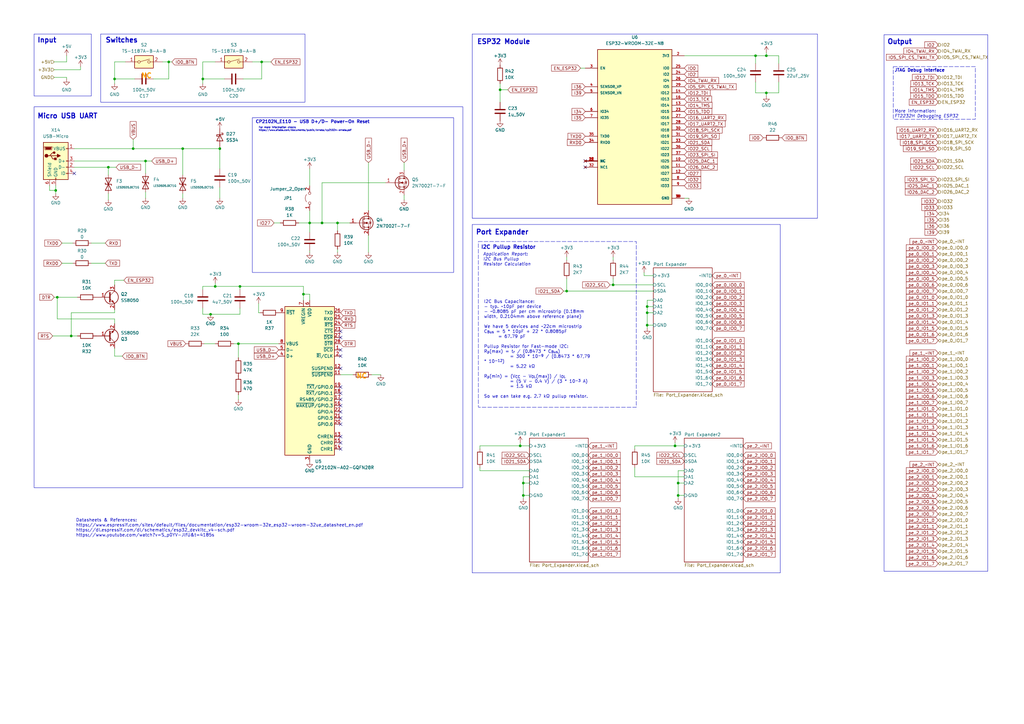
<source format=kicad_sch>
(kicad_sch (version 20231120) (generator "eeschema") (generator_version "8.0")
  (paper "A3")
  (junction (at 44.45 68.58))
  (junction (at 46.99 32.385))
  (junction (at 132.08 91.44))
  (junction (at 314.325 38.1))
  (junction (at 22.86 78.105))
  (junction (at 213.36 182.88))
  (junction (at 265.43 128.27))
  (junction (at 265.43 133.35))
  (junction (at 265.43 125.73))
  (junction (at 251.46 116.84))
  (junction (at 98.425 117.475))
  (junction (at 69.215 25.4))
  (junction (at 23.495 121.92))
  (junction (at 138.43 91.44))
  (junction (at 88.265 117.475))
  (junction (at 86.36 128.905))
  (junction (at 107.315 25.4))
  (junction (at 278.13 198.12))
  (junction (at 232.41 119.38))
  (junction (at 214.63 198.12))
  (junction (at 276.86 182.88))
  (junction (at 59.69 66.04))
  (junction (at 205.105 36.83))
  (junction (at 97.79 140.97))
  (junction (at 278.13 203.2))
  (junction (at 309.88 22.86))
  (junction (at 127 91.44))
  (junction (at 90.17 60.96))
  (junction (at 124.46 120.65))
  (junction (at 74.93 60.96))
  (junction (at 214.63 203.2))
  (junction (at 29.21 137.795))
  (junction (at 83.185 32.385))
  (junction (at 314.325 22.86))
  (junction (at 54.61 60.96))
  (no_connect (at 240.03 68.58))
  (no_connect (at 139.7 173.99))
  (no_connect (at 240.03 66.04))
  (no_connect (at 139.7 181.61))
  (no_connect (at 30.48 71.12))
  (no_connect (at 139.7 146.05))
  (no_connect (at 139.7 171.45))
  (no_connect (at 139.7 168.91))
  (no_connect (at 139.7 166.37))
  (no_connect (at 139.7 143.51))
  (no_connect (at 139.7 161.29))
  (no_connect (at 139.7 184.15))
  (no_connect (at 139.7 138.43))
  (no_connect (at 139.7 179.07))
  (no_connect (at 139.7 151.13))
  (no_connect (at 139.7 163.83))
  (no_connect (at 139.7 158.75))
  (no_connect (at 139.7 135.89))
  (wire (pts (xy 98.425 117.475) (xy 124.46 117.475)))
  (wire (pts (xy 217.17 198.12) (xy 214.63 198.12)))
  (wire (pts (xy 265.43 125.73) (xy 265.43 128.27)))
  (wire (pts (xy 27.305 32.385) (xy 27.305 31.75)))
  (wire (pts (xy 124.46 120.65) (xy 127 120.65)))
  (wire (pts (xy 46.99 32.385) (xy 46.99 34.29)))
  (wire (pts (xy 90.17 60.96) (xy 90.17 60.325)))
  (wire (pts (xy 22.86 78.105) (xy 22.86 79.375)))
  (wire (pts (xy 205.105 36.83) (xy 205.105 41.91)))
  (wire (pts (xy 88.265 117.475) (xy 98.425 117.475)))
  (wire (pts (xy 217.17 195.58) (xy 214.63 195.58)))
  (wire (pts (xy 232.41 105.41) (xy 232.41 106.68)))
  (wire (pts (xy 139.7 153.67) (xy 144.78 153.67)))
  (wire (pts (xy 124.46 117.475) (xy 124.46 120.65)))
  (wire (pts (xy 127 102.87) (xy 127 103.505)))
  (wire (pts (xy 27.305 31.75) (xy 22.225 31.75)))
  (wire (pts (xy 124.46 120.65) (xy 124.46 123.19)))
  (wire (pts (xy 265.43 128.27) (xy 265.43 133.35)))
  (wire (pts (xy 88.265 25.4) (xy 83.185 25.4)))
  (wire (pts (xy 98.425 128.905) (xy 98.425 126.365)))
  (wire (pts (xy 83.185 126.365) (xy 83.185 128.905)))
  (wire (pts (xy 314.325 38.1) (xy 314.325 39.37)))
  (wire (pts (xy 30.48 66.04) (xy 59.69 66.04)))
  (wire (pts (xy 21.59 137.795) (xy 29.21 137.795)))
  (wire (pts (xy 314.325 21.59) (xy 314.325 22.86)))
  (wire (pts (xy 280.67 22.86) (xy 309.88 22.86)))
  (wire (pts (xy 98.425 117.475) (xy 98.425 118.745)))
  (wire (pts (xy 22.86 76.2) (xy 22.86 78.105)))
  (wire (pts (xy 314.325 22.86) (xy 309.88 22.86)))
  (wire (pts (xy 29.21 128.27) (xy 29.21 137.795)))
  (wire (pts (xy 29.21 137.795) (xy 31.75 137.795)))
  (wire (pts (xy 27.305 25.4) (xy 27.305 22.86)))
  (wire (pts (xy 88.265 117.475) (xy 83.185 117.475)))
  (wire (pts (xy 143.51 91.44) (xy 138.43 91.44)))
  (wire (pts (xy 99.695 32.385) (xy 107.315 32.385)))
  (wire (pts (xy 127 120.65) (xy 127 123.19)))
  (wire (pts (xy 103.505 25.4) (xy 107.315 25.4)))
  (wire (pts (xy 97.79 140.97) (xy 114.3 140.97)))
  (wire (pts (xy 213.36 182.88) (xy 217.17 182.88)))
  (wire (pts (xy 46.99 114.935) (xy 46.99 116.84)))
  (wire (pts (xy 276.86 182.88) (xy 260.35 182.88)))
  (wire (pts (xy 90.17 76.835) (xy 90.17 81.28)))
  (wire (pts (xy 20.32 76.2) (xy 20.32 78.105)))
  (wire (pts (xy 165.735 69.85) (xy 165.735 66.675)))
  (wire (pts (xy 83.185 117.475) (xy 83.185 118.745)))
  (wire (pts (xy 66.675 25.4) (xy 69.215 25.4)))
  (wire (pts (xy 278.13 203.2) (xy 280.67 203.2)))
  (wire (pts (xy 214.63 198.12) (xy 214.63 203.2)))
  (wire (pts (xy 22.225 121.92) (xy 23.495 121.92)))
  (wire (pts (xy 127 91.44) (xy 127 95.25)))
  (wire (pts (xy 69.215 25.4) (xy 69.215 32.385)))
  (wire (pts (xy 69.215 25.4) (xy 70.485 25.4)))
  (wire (pts (xy 132.08 91.44) (xy 127 91.44)))
  (wire (pts (xy 280.67 81.28) (xy 282.575 81.28)))
  (wire (pts (xy 46.99 25.4) (xy 46.99 32.385)))
  (wire (pts (xy 59.69 78.74) (xy 59.69 81.28)))
  (wire (pts (xy 213.36 181.61) (xy 213.36 182.88)))
  (wire (pts (xy 62.865 32.385) (xy 69.215 32.385)))
  (wire (pts (xy 309.88 38.1) (xy 309.88 33.655)))
  (wire (pts (xy 33.02 28.575) (xy 22.225 28.575)))
  (wire (pts (xy 232.41 119.38) (xy 267.97 119.38)))
  (wire (pts (xy 33.02 27.305) (xy 33.02 28.575)))
  (wire (pts (xy 59.69 71.12) (xy 59.69 66.04)))
  (wire (pts (xy 260.35 182.88) (xy 260.35 184.15)))
  (wire (pts (xy 46.99 130.81) (xy 23.495 130.81)))
  (wire (pts (xy 54.61 60.96) (xy 74.93 60.96)))
  (wire (pts (xy 83.185 32.385) (xy 92.075 32.385)))
  (wire (pts (xy 264.16 111.76) (xy 264.16 113.03)))
  (wire (pts (xy 30.48 60.96) (xy 54.61 60.96)))
  (wire (pts (xy 30.48 68.58) (xy 44.45 68.58)))
  (wire (pts (xy 111.125 25.4) (xy 107.315 25.4)))
  (wire (pts (xy 251.46 105.41) (xy 251.46 106.68)))
  (wire (pts (xy 319.405 38.1) (xy 314.325 38.1)))
  (wire (pts (xy 196.85 193.04) (xy 217.17 193.04)))
  (wire (pts (xy 37.465 107.95) (xy 43.18 107.95)))
  (wire (pts (xy 276.86 182.88) (xy 280.67 182.88)))
  (wire (pts (xy 127 69.215) (xy 127 76.2)))
  (wire (pts (xy 74.93 79.375) (xy 74.93 81.28)))
  (wire (pts (xy 90.17 60.96) (xy 90.17 69.215)))
  (wire (pts (xy 46.99 127) (xy 46.99 128.27)))
  (wire (pts (xy 46.99 146.05) (xy 50.165 146.05)))
  (wire (pts (xy 260.35 191.77) (xy 260.35 195.58)))
  (wire (pts (xy 278.13 198.12) (xy 278.13 203.2)))
  (wire (pts (xy 319.405 26.035) (xy 319.405 22.86)))
  (wire (pts (xy 232.41 119.38) (xy 232.41 114.3)))
  (wire (pts (xy 280.67 198.12) (xy 278.13 198.12)))
  (wire (pts (xy 44.45 79.375) (xy 44.45 81.915)))
  (wire (pts (xy 25.4 99.695) (xy 29.845 99.695)))
  (wire (pts (xy 251.46 116.84) (xy 250.19 116.84)))
  (wire (pts (xy 265.43 133.35) (xy 267.97 133.35)))
  (wire (pts (xy 158.115 74.93) (xy 132.08 74.93)))
  (wire (pts (xy 231.14 119.38) (xy 232.41 119.38)))
  (wire (pts (xy 196.85 182.88) (xy 196.85 184.15)))
  (wire (pts (xy 314.325 38.1) (xy 309.88 38.1)))
  (wire (pts (xy 214.63 204.47) (xy 214.63 203.2)))
  (wire (pts (xy 83.185 128.905) (xy 86.36 128.905)))
  (wire (pts (xy 152.4 153.67) (xy 156.21 153.67)))
  (wire (pts (xy 106.045 128.27) (xy 106.045 124.46)))
  (wire (pts (xy 132.08 91.44) (xy 138.43 91.44)))
  (wire (pts (xy 196.85 193.04) (xy 196.85 191.77)))
  (wire (pts (xy 22.225 25.4) (xy 27.305 25.4)))
  (wire (pts (xy 278.13 193.04) (xy 280.67 193.04)))
  (wire (pts (xy 95.885 140.97) (xy 97.79 140.97)))
  (wire (pts (xy 50.8 114.935) (xy 46.99 114.935)))
  (wire (pts (xy 46.99 142.875) (xy 46.99 146.05)))
  (wire (pts (xy 23.495 130.81) (xy 23.495 121.92)))
  (wire (pts (xy 107.315 25.4) (xy 107.315 32.385)))
  (wire (pts (xy 46.99 128.27) (xy 29.21 128.27)))
  (wire (pts (xy 205.105 34.29) (xy 205.105 36.83)))
  (wire (pts (xy 138.43 102.235) (xy 138.43 103.505)))
  (wire (pts (xy 208.28 36.83) (xy 205.105 36.83)))
  (wire (pts (xy 106.68 128.27) (xy 106.045 128.27)))
  (wire (pts (xy 25.4 107.95) (xy 29.845 107.95)))
  (wire (pts (xy 51.435 25.4) (xy 46.99 25.4)))
  (wire (pts (xy 319.405 33.655) (xy 319.405 38.1)))
  (wire (pts (xy 260.35 195.58) (xy 280.67 195.58)))
  (wire (pts (xy 264.16 113.03) (xy 267.97 113.03)))
  (wire (pts (xy 74.93 60.96) (xy 74.93 71.755)))
  (wire (pts (xy 151.13 96.52) (xy 151.13 103.505)))
  (wire (pts (xy 238.125 27.94) (xy 240.03 27.94)))
  (wire (pts (xy 267.97 128.27) (xy 265.43 128.27)))
  (wire (pts (xy 278.13 204.47) (xy 278.13 203.2)))
  (wire (pts (xy 20.32 78.105) (xy 22.86 78.105)))
  (wire (pts (xy 59.69 66.04) (xy 62.23 66.04)))
  (wire (pts (xy 46.99 132.715) (xy 46.99 130.81)))
  (wire (pts (xy 214.63 195.58) (xy 214.63 198.12)))
  (wire (pts (xy 278.13 198.12) (xy 278.13 193.04)))
  (wire (pts (xy 265.43 134.62) (xy 265.43 133.35)))
  (wire (pts (xy 23.495 121.92) (xy 31.75 121.92)))
  (wire (pts (xy 151.13 86.36) (xy 151.13 66.675)))
  (wire (pts (xy 319.405 22.86) (xy 314.325 22.86)))
  (wire (pts (xy 37.465 99.695) (xy 43.18 99.695)))
  (wire (pts (xy 55.245 32.385) (xy 46.99 32.385)))
  (wire (pts (xy 97.79 140.97) (xy 97.79 146.685)))
  (wire (pts (xy 83.185 25.4) (xy 83.185 32.385)))
  (wire (pts (xy 44.45 68.58) (xy 47.625 68.58)))
  (wire (pts (xy 88.265 116.205) (xy 88.265 117.475)))
  (wire (pts (xy 309.88 22.86) (xy 309.88 26.035)))
  (wire (pts (xy 276.86 181.61) (xy 276.86 182.88)))
  (wire (pts (xy 213.36 182.88) (xy 196.85 182.88)))
  (wire (pts (xy 251.46 114.3) (xy 251.46 116.84)))
  (wire (pts (xy 122.555 91.44) (xy 127 91.44)))
  (wire (pts (xy 251.46 116.84) (xy 267.97 116.84)))
  (wire (pts (xy 83.185 32.385) (xy 83.185 34.29)))
  (wire (pts (xy 54.61 57.15) (xy 54.61 60.96)))
  (wire (pts (xy 132.08 74.93) (xy 132.08 91.44)))
  (wire (pts (xy 127 86.36) (xy 127 91.44)))
  (wire (pts (xy 138.43 91.44) (xy 138.43 94.615)))
  (wire (pts (xy 44.45 71.755) (xy 44.45 68.58)))
  (wire (pts (xy 97.79 163.83) (xy 97.79 161.925)))
  (wire (pts (xy 265.43 123.19) (xy 265.43 125.73)))
  (wire (pts (xy 267.97 123.19) (xy 265.43 123.19)))
  (wire (pts (xy 214.63 203.2) (xy 217.17 203.2)))
  (wire (pts (xy 74.93 60.96) (xy 90.17 60.96)))
  (wire (pts (xy 83.82 140.97) (xy 88.265 140.97)))
  (wire (pts (xy 165.735 81.915) (xy 165.735 80.01)))
  (wire (pts (xy 112.395 91.44) (xy 114.935 91.44)))
  (wire (pts (xy 86.36 128.905) (xy 98.425 128.905)))
  (wire (pts (xy 267.97 125.73) (xy 265.43 125.73)))
  (rectangle (start 193.675 92.075) (end 320.04 234.95))
  (rectangle (start 366.395 27.305) (end 400.05 48.895) (stroke (width 0) (type dash)))
  (rectangle (start 196.215 99.06) (end 260.985 167.005) (stroke (width 0) (type dash)))
  (rectangle (start 362.585 14.224) (end 405.13 234.315))
  (rectangle (start 13.97 13.97) (end 37.465 39.37))
  (rectangle (start 103.505 48.26) (end 186.055 111.76))
  (rectangle (start 13.97 43.815) (end 189.865 200.025))
  (rectangle (start 193.675 13.97) (end 335.28 89.535))
  (rectangle (start 41.275 13.97) (end 125.095 41.91))
  (text_box "I2C Bus Capacitance:\n- typ. ~10pF per device \n- ~0.8085 pF per cm microstrip (0.18mm width, 0.2104mm above reference plane)\n\nWe have 5 devices and ~22cm microstrip\nC_{Bus} = 5 * 10pF + 22 * 0.8085pF\n      = 67.79 pF\n\nPullup Resistor for Fast-mode I2C:\nR_{p}(max) = t_{r} / (0.8473 * C_{Bus})\n           = 300 * 10^{-9} / (0.8473 * 67,79 * 10^{-12})\n           = 5.22 kΩ\n\nR_{p}(min) = (V_{CC} - V_{OL}(max)) / I_{OL}\n           = (5 V - 0.4 V) / (3 * 10^{-3} A)\n           = 1.5 kΩ\n\nSo we can take e.g. 2.7 kΩ pullup resistor." (at 197.485 121.92 0) (size 46.355 41.91) (stroke (width -0.0001)) (effects (font (size 1.27 1.27)) (justify left top)))
  (text "Application Report:\nI2C Bus Pullup \nResistor Calculation" (at 198.12 106.426 0) (effects (font (size 1.27 1.27) (italic yes)) (justify left)))
  (text "More information:\n" (at 375.412 45.72 0) (effects (font (size 1.27 1.27))))
  (text "Port Expander" (at 195.072 96.52 0) (effects (font (size 2 2) (bold yes)) (justify left bottom)))
  (text "NC" (at 146.05 155.575 0) (effects (font (size 2 2) (thickness 0.4) (bold yes)) (justify left bottom)))
  (text "For more information check:\nhttps://www.silabs.com/documents/public/errata/cp2102n-errata.pdf" (at 106.045 53.975 0) (effects (font (size 0.7 0.7)) (justify left bottom)))
  (text "Datasheets & References:\nhttps://www.espressif.com/sites/default/files/documentation/esp32-wroom-32e_esp32-wroom-32ue_datasheet_en.pdf\nhttps://dl.espressif.com/dl/schematics/esp32_devkitc_v4-sch.pdf\nhttps://www.youtube.com/watch?v=S_p0YV-JlfU&t=4185s" (at 31.115 220.345 0) (effects (font (size 1.27 1.27)) (justify left bottom)))
  (text "I2C Pullup Resistor" (at 197.231 102.362 0) (effects (font (size 1.5 1.5) (bold yes)) (justify left bottom)))
  (text "Switches" (at 43.18 17.78 0) (effects (font (size 2 2) (thickness 0.4) (bold yes)) (justify left bottom)))
  (text "Micro USB UART" (at 15.24 48.895 0) (effects (font (size 2 2) (bold yes)) (justify left bottom)))
  (text "ESP32 Module" (at 195.58 18.415 0) (effects (font (size 2 2) (bold yes)) (justify left bottom)))
  (text "CP2102N_E110 - USB D+/D- Power-On Reset" (at 104.775 50.8 0) (effects (font (size 1.27 1.27) (thickness 0.254) (bold yes)) (justify left bottom)))
  (text "NC" (at 57.785 32.385 0) (effects (font (size 2 2) (thickness 0.4) (bold yes)) (justify left bottom)))
  (text "Output" (at 363.855 18.415 0) (effects (font (size 2 2) (thickness 0.4) (bold yes)) (justify left bottom)))
  (text "JTAG Debug Interface" (at 377.19 28.956 0) (effects (font (size 1.27 1.27) (thickness 0.254) (bold yes))))
  (text "FT2232H Debugging ESP32" (at 379.984 47.752 0) (effects (font (size 1.27 1.27) (italic yes))))
  (text "Input" (at 15.24 17.78 0) (effects (font (size 2 2) (thickness 0.4) (bold yes)) (justify left bottom)))
  (global_label "pe_0_IO0_6" (shape input) (at 384.81 116.84 180) (property "Intersheetrefs" "${INTERSHEET_REFS}" (effects (hide yes))))
  (global_label "IO22_SCL" (shape input) (at 280.67 60.96 0) (property "Intersheetrefs" "${INTERSHEET_REFS}" (effects (hide yes))))
  (global_label "IO5_SPI_CS_TWAI_TX" (shape input) (at 384.81 23.495 180) (property "Intersheetrefs" "${INTERSHEET_REFS}" (effects (hide yes))))
  (global_label "RTS" (shape input) (at 21.59 137.795 180) (property "Intersheetrefs" "${INTERSHEET_REFS}" (effects (hide yes))))
  (global_label "pe_1_IO1_2" (shape input) (at 241.3 214.63 0) (property "Intersheetrefs" "${INTERSHEET_REFS}" (effects (hide yes))))
  (global_label "pe_2_IO1_7" (shape input) (at 384.81 231.14 180) (property "Intersheetrefs" "${INTERSHEET_REFS}" (effects (hide yes))))
  (global_label "pe_1_IO1_6" (shape input) (at 384.81 182.88 180) (property "Intersheetrefs" "${INTERSHEET_REFS}" (effects (hide yes))))
  (global_label "IO22_SCL" (shape input) (at 250.19 116.84 180) (property "Intersheetrefs" "${INTERSHEET_REFS}" (effects (hide yes))))
  (global_label "USB_D-" (shape input) (at 114.3 143.51 180) (property "Intersheetrefs" "${INTERSHEET_REFS}" (effects (hide yes))))
  (global_label "I35" (shape input) (at 240.03 48.26 180) (property "Intersheetrefs" "${INTERSHEET_REFS}" (effects (hide yes))))
  (global_label "IO0_BTN" (shape input) (at 70.485 25.4 0) (property "Intersheetrefs" "${INTERSHEET_REFS}" (effects (hide yes))))
  (global_label "USB_D+" (shape input) (at 62.23 66.04 0) (property "Intersheetrefs" "${INTERSHEET_REFS}" (effects (hide yes))))
  (global_label "pe_1_IO1_0" (shape input) (at 241.3 209.55 0) (property "Intersheetrefs" "${INTERSHEET_REFS}" (effects (hide yes))))
  (global_label "pe_2_IO0_2" (shape input) (at 304.8 191.77 0) (property "Intersheetrefs" "${INTERSHEET_REFS}" (effects (hide yes))))
  (global_label "pe_0_IO0_1" (shape input) (at 384.81 104.14 180) (property "Intersheetrefs" "${INTERSHEET_REFS}" (effects (hide yes))))
  (global_label "IO2" (shape input) (at 280.67 30.48 0) (property "Intersheetrefs" "${INTERSHEET_REFS}" (effects (hide yes))))
  (global_label "pe_2_IO0_0" (shape input) (at 384.81 193.04 180) (property "Intersheetrefs" "${INTERSHEET_REFS}" (effects (hide yes))))
  (global_label "pe_0_IO0_2" (shape input) (at 384.81 106.68 180) (property "Intersheetrefs" "${INTERSHEET_REFS}" (effects (hide yes))))
  (global_label "IO13_TCK" (shape input) (at 280.67 40.64 0) (property "Intersheetrefs" "${INTERSHEET_REFS}" (effects (hide yes))))
  (global_label "pe_2_IO1_5" (shape input) (at 304.8 222.25 0) (property "Intersheetrefs" "${INTERSHEET_REFS}" (effects (hide yes))))
  (global_label "pe_1_IO0_2" (shape input) (at 384.81 152.4 180) (property "Intersheetrefs" "${INTERSHEET_REFS}" (effects (hide yes))))
  (global_label "pe_2_IO0_1" (shape input) (at 304.8 189.23 0) (property "Intersheetrefs" "${INTERSHEET_REFS}" (effects (hide yes))))
  (global_label "IO16_UART2_RX" (shape input) (at 384.81 53.34 180) (property "Intersheetrefs" "${INTERSHEET_REFS}" (effects (hide yes))))
  (global_label "pe_2_IO0_4" (shape input) (at 384.81 203.2 180) (property "Intersheetrefs" "${INTERSHEET_REFS}" (effects (hide yes))))
  (global_label "IO19_SPI_SO" (shape input) (at 384.81 60.96 180) (property "Intersheetrefs" "${INTERSHEET_REFS}" (effects (hide yes))))
  (global_label "I34" (shape input) (at 240.03 45.72 180) (property "Intersheetrefs" "${INTERSHEET_REFS}" (effects (hide yes))))
  (global_label "pe_2_IO1_1" (shape input) (at 384.81 215.9 180) (property "Intersheetrefs" "${INTERSHEET_REFS}" (effects (hide yes))))
  (global_label "pe_1_IO0_7" (shape input) (at 384.81 165.1 180) (property "Intersheetrefs" "${INTERSHEET_REFS}" (effects (hide yes))))
  (global_label "pe_1_IO1_3" (shape input) (at 384.81 175.26 180) (property "Intersheetrefs" "${INTERSHEET_REFS}" (effects (hide yes))))
  (global_label "TXD0" (shape input) (at 25.4 99.695 180) (property "Intersheetrefs" "${INTERSHEET_REFS}" (effects (hide yes))))
  (global_label "IO0" (shape input) (at 313.055 56.515 180) (property "Intersheetrefs" "${INTERSHEET_REFS}" (effects (hide yes))))
  (global_label "pe_0_IO0_5" (shape input) (at 384.81 114.3 180) (property "Intersheetrefs" "${INTERSHEET_REFS}" (effects (hide yes))))
  (global_label "pe_0_IO1_4" (shape input) (at 384.81 132.08 180) (property "Intersheetrefs" "${INTERSHEET_REFS}" (effects (hide yes))))
  (global_label "pe_0_IO0_2" (shape input) (at 292.1 121.92 0) (property "Intersheetrefs" "${INTERSHEET_REFS}" (effects (hide yes))))
  (global_label "IO21_SDA" (shape input) (at 217.17 189.23 180) (property "Intersheetrefs" "${INTERSHEET_REFS}" (effects (hide yes))))
  (global_label "pe_0_IO1_6" (shape input) (at 292.1 154.94 0) (property "Intersheetrefs" "${INTERSHEET_REFS}" (effects (hide yes))))
  (global_label "IO5_SPI_CS_TWAI_TX" (shape input) (at 280.67 35.56 0) (property "Intersheetrefs" "${INTERSHEET_REFS}" (effects (hide yes))))
  (global_label "pe_1_IO0_1" (shape input) (at 384.81 149.86 180) (property "Intersheetrefs" "${INTERSHEET_REFS}" (effects (hide yes))))
  (global_label "pe_2_IO1_3" (shape input) (at 384.81 220.98 180) (property "Intersheetrefs" "${INTERSHEET_REFS}" (effects (hide yes))))
  (global_label "IO14_TMS" (shape input) (at 280.67 43.18 0) (property "Intersheetrefs" "${INTERSHEET_REFS}" (effects (hide yes))))
  (global_label "IO23_SPI_SI" (shape input) (at 280.67 63.5 0) (property "Intersheetrefs" "${INTERSHEET_REFS}" (effects (hide yes))))
  (global_label "IO19_SPI_SO" (shape input) (at 280.67 55.88 0) (property "Intersheetrefs" "${INTERSHEET_REFS}" (effects (hide yes))))
  (global_label "IO0_BTN" (shape input) (at 320.675 56.515 0) (property "Intersheetrefs" "${INTERSHEET_REFS}" (effects (hide yes))))
  (global_label "USB_D-" (shape input) (at 47.625 68.58 0) (property "Intersheetrefs" "${INTERSHEET_REFS}" (effects (hide yes))))
  (global_label "pe_1_IO0_4" (shape input) (at 241.3 196.85 0) (property "Intersheetrefs" "${INTERSHEET_REFS}" (effects (hide yes))))
  (global_label "pe_1_IO1_6" (shape input) (at 241.3 224.79 0) (property "Intersheetrefs" "${INTERSHEET_REFS}" (effects (hide yes))))
  (global_label "USB_D+" (shape input) (at 165.735 66.675 90) (property "Intersheetrefs" "${INTERSHEET_REFS}" (effects (hide yes))))
  (global_label "IO32" (shape input) (at 384.81 82.55 180) (property "Intersheetrefs" "${INTERSHEET_REFS}" (effects (hide yes))))
  (global_label "RTS" (shape input) (at 139.7 133.35 0) (property "Intersheetrefs" "${INTERSHEET_REFS}" (effects (hide yes))))
  (global_label "pe_0_IO0_3" (shape input) (at 384.81 109.22 180) (property "Intersheetrefs" "${INTERSHEET_REFS}" (effects (hide yes))))
  (global_label "IO16_UART2_RX" (shape input) (at 280.67 48.26 0) (property "Intersheetrefs" "${INTERSHEET_REFS}" (effects (hide yes))))
  (global_label "pe_1_IO1_4" (shape input) (at 241.3 219.71 0) (property "Intersheetrefs" "${INTERSHEET_REFS}" (effects (hide yes))))
  (global_label "TXD" (shape input) (at 43.18 107.95 0) (property "Intersheetrefs" "${INTERSHEET_REFS}" (effects (hide yes))))
  (global_label "IO26_DAC_2" (shape input) (at 384.81 78.74 180) (property "Intersheetrefs" "${INTERSHEET_REFS}" (effects (hide yes))))
  (global_label "IO13_TCK" (shape input) (at 384.81 34.29 180) (property "Intersheetrefs" "${INTERSHEET_REFS}" (effects (hide yes))))
  (global_label "IO33" (shape input) (at 280.67 76.2 0) (property "Intersheetrefs" "${INTERSHEET_REFS}" (effects (hide yes))))
  (global_label "pe_1_IO1_5" (shape input) (at 241.3 222.25 0) (property "Intersheetrefs" "${INTERSHEET_REFS}" (effects (hide yes))))
  (global_label "IO15_TDO" (shape input) (at 280.67 45.72 0) (property "Intersheetrefs" "${INTERSHEET_REFS}" (effects (hide yes))))
  (global_label "IO21_SDA" (shape input) (at 231.14 119.38 180) (property "Intersheetrefs" "${INTERSHEET_REFS}" (effects (hide yes))))
  (global_label "EN_ESP32" (shape input) (at 238.125 27.94 180) (property "Intersheetrefs" "${INTERSHEET_REFS}" (effects (hide yes))))
  (global_label "pe_2_IO1_0" (shape input) (at 304.8 209.55 0) (property "Intersheetrefs" "${INTERSHEET_REFS}" (effects (hide yes))))
  (global_label "pe_1_IO1_1" (shape input) (at 384.81 170.18 180) (property "Intersheetrefs" "${INTERSHEET_REFS}" (effects (hide yes))))
  (global_label "pe_2_IO1_6" (shape input) (at 384.81 228.6 180) (property "Intersheetrefs" "${INTERSHEET_REFS}" (effects (hide yes))))
  (global_label "pe_0_IO1_7" (shape input) (at 292.1 157.48 0) (property "Intersheetrefs" "${INTERSHEET_REFS}" (effects (hide yes))))
  (global_label "pe_1_IO0_1" (shape input) (at 241.3 189.23 0) (property "Intersheetrefs" "${INTERSHEET_REFS}" (effects (hide yes))))
  (global_label "IO22_SCL" (shape input) (at 217.17 186.69 180) (property "Intersheetrefs" "${INTERSHEET_REFS}" (effects (hide yes))))
  (global_label "pe_1_IO0_2" (shape input) (at 241.3 191.77 0) (property "Intersheetrefs" "${INTERSHEET_REFS}" (effects (hide yes))))
  (global_label "pe_0_IO0_1" (shape input) (at 292.1 119.38 0) (property "Intersheetrefs" "${INTERSHEET_REFS}" (effects (hide yes))))
  (global_label "pe_1_IO1_3" (shape input) (at 241.3 217.17 0) (property "Intersheetrefs" "${INTERSHEET_REFS}" (effects (hide yes))))
  (global_label "IO21_SDA" (shape input) (at 280.67 189.23 180) (property "Intersheetrefs" "${INTERSHEET_REFS}" (effects (hide yes))))
  (global_label "pe_0_IO1_3" (shape input) (at 292.1 147.32 0) (property "Intersheetrefs" "${INTERSHEET_REFS}" (effects (hide yes))))
  (global_label "pe_2_IO1_2" (shape input) (at 384.81 218.44 180) (property "Intersheetrefs" "${INTERSHEET_REFS}" (effects (hide yes))))
  (global_label "pe_2_IO0_3" (shape input) (at 304.8 194.31 0) (property "Intersheetrefs" "${INTERSHEET_REFS}" (effects (hide yes))))
  (global_label "pe_1_~INT" (shape input) (at 384.81 144.78 180) (property "Intersheetrefs" "${INTERSHEET_REFS}" (effects (hide yes))))
  (global_label "EN_ESP32" (shape input) (at 111.125 25.4 0) (property "Intersheetrefs" "${INTERSHEET_REFS}" (effects (hide yes))))
  (global_label "IO25_DAC_1" (shape input) (at 384.81 76.2 180) (property "Intersheetrefs" "${INTERSHEET_REFS}" (effects (hide yes))))
  (global_label "pe_2_IO0_3" (shape input) (at 384.81 200.66 180) (property "Intersheetrefs" "${INTERSHEET_REFS}" (effects (hide yes))))
  (global_label "IO4_TWAI_RX" (shape input) (at 384.81 20.955 180) (property "Intersheetrefs" "${INTERSHEET_REFS}" (effects (hide yes))))
  (global_label "TXD" (shape input) (at 139.7 128.27 0) (property "Intersheetrefs" "${INTERSHEET_REFS}" (effects (hide yes))))
  (global_label "pe_1_IO1_0" (shape input) (at 384.81 167.64 180) (property "Intersheetrefs" "${INTERSHEET_REFS}" (effects (hide yes))))
  (global_label "IO17_UART2_TX" (shape input) (at 384.81 55.88 180) (property "Intersheetrefs" "${INTERSHEET_REFS}" (effects (hide yes))))
  (global_label "IO17_UART2_TX" (shape input) (at 280.67 50.8 0) (property "Intersheetrefs" "${INTERSHEET_REFS}" (effects (hide yes))))
  (global_label "IO22_SCL" (shape input) (at 280.67 186.69 180) (property "Intersheetrefs" "${INTERSHEET_REFS}" (effects (hide yes))))
  (global_label "pe_0_IO0_6" (shape input) (at 292.1 132.08 0) (property "Intersheetrefs" "${INTERSHEET_REFS}" (effects (hide yes))))
  (global_label "RXD0" (shape input) (at 240.03 58.42 180) (property "Intersheetrefs" "${INTERSHEET_REFS}" (effects (hide yes))))
  (global_label "USB_D+" (shape input) (at 114.3 146.05 180) (property "Intersheetrefs" "${INTERSHEET_REFS}" (effects (hide yes))))
  (global_label "RXD" (shape input) (at 139.7 130.81 0) (property "Intersheetrefs" "${INTERSHEET_REFS}" (effects (hide yes))))
  (global_label "pe_2_~INT" (shape input) (at 384.81 190.5 180) (property "Intersheetrefs" "${INTERSHEET_REFS}" (effects (hide yes))))
  (global_label "pe_2_IO1_0" (shape input) (at 384.81 213.36 180) (property "Intersheetrefs" "${INTERSHEET_REFS}" (effects (hide yes))))
  (global_label "pe_1_IO0_6" (shape input) (at 241.3 201.93 0) (property "Intersheetrefs" "${INTERSHEET_REFS}" (effects (hide yes))))
  (global_label "I35" (shape input) (at 384.81 90.17 180) (property "Intersheetrefs" "${INTERSHEET_REFS}" (effects (hide yes))))
  (global_label "EN_ESP32" (shape input) (at 50.8 114.935 0) (property "Intersheetrefs" "${INTERSHEET_REFS}" (effects (hide yes))))
  (global_label "IO0" (shape input) (at 280.67 27.94 0) (property "Intersheetrefs" "${INTERSHEET_REFS}" (effects (hide yes))))
  (global_label "IO2" (shape input) (at 384.81 18.415 180) (property "Intersheetrefs" "${INTERSHEET_REFS}" (effects (hide yes))))
  (global_label "pe_1_IO0_4" (shape input) (at 384.81 157.48 180) (property "Intersheetrefs" "${INTERSHEET_REFS}" (effects (hide yes))))
  (global_label "pe_0_IO1_1" (shape input) (at 292.1 142.24 0) (property "Intersheetrefs" "${INTERSHEET_REFS}" (effects (hide yes))))
  (global_label "pe_2_IO0_5" (shape input) (at 384.81 205.74 180) (property "Intersheetrefs" "${INTERSHEET_REFS}" (effects (hide yes))))
  (global_label "pe_2_IO1_1" (shape input) (at 304.8 212.09 0) (property "Intersheetrefs" "${INTERSHEET_REFS}" (effects (hide yes))))
  (global_label "EN_ESP32" (shape input) (at 384.81 41.91 180) (property "Intersheetrefs" "${INTERSHEET_REFS}" (effects (hide yes))))
  (global_label "pe_2_IO1_6" (shape input) (at 304.8 224.79 0) (property "Intersheetrefs" "${INTERSHEET_REFS}" (effects (hide yes))))
  (global_label "pe_0_IO0_0" (shape input) (at 292.1 116.84 0) (property "Intersheetrefs" "${INTERSHEET_REFS}" (effects (hide yes))))
  (global_label "IO0_BTN" (shape input) (at 50.165 146.05 0) (property "Intersheetrefs" "${INTERSHEET_REFS}" (effects (hide yes))))
  (global_label "pe_2_IO1_5" (shape input) (at 384.81 226.06 180) (property "Intersheetrefs" "${INTERSHEET_REFS}" (effects (hide yes))))
  (global_label "pe_0_IO1_0" (shape input) (at 384.81 121.92 180) (property "Intersheetrefs" "${INTERSHEET_REFS}" (effects (hide yes))))
  (global_label "VBUS" (shape input) (at 54.61 57.15 90) (property "Intersheetrefs" "${INTERSHEET_REFS}" (effects (hide yes))))
  (global_label "I34" (shape input) (at 384.81 87.63 180) (property "Intersheetrefs" "${INTERSHEET_REFS}" (effects (hide yes))))
  (global_label "pe_0_IO1_3" (shape input) (at 384.81 129.54 180) (property "Intersheetrefs" "${INTERSHEET_REFS}" (effects (hide yes))))
  (global_label "pe_0_IO1_2" (shape input) (at 384.81 127 180) (property "Intersheetrefs" "${INTERSHEET_REFS}" (effects (hide yes))))
  (global_label "pe_2_IO0_2" (shape input) (at 384.81 198.12 180) (property "Intersheetrefs" "${INTERSHEET_REFS}" (effects (hide yes))))
  (global_label "IO18_SPI_SCK" (shape input) (at 280.67 53.34 0) (property "Intersheetrefs" "${INTERSHEET_REFS}" (effects (hide yes))))
  (global_label "pe_1_IO0_7" (shape input) (at 241.3 204.47 0) (property "Intersheetrefs" "${INTERSHEET_REFS}" (effects (hide yes))))
  (global_label "IO27" (shape input) (at 112.395 91.44 180) (property "Intersheetrefs" "${INTERSHEET_REFS}" (effects (hide yes))))
  (global_label "pe_0_IO1_5" (shape input) (at 292.1 152.4 0) (property "Intersheetrefs" "${INTERSHEET_REFS}" (effects (hide yes))))
  (global_label "pe_0_IO0_7" (shape input) (at 292.1 134.62 0) (property "Intersheetrefs" "${INTERSHEET_REFS}" (effects (hide yes))))
  (global_label "pe_1_IO0_0" (shape input) (at 241.3 186.69 0) (property "Intersheetrefs" "${INTERSHEET_REFS}" (effects (hide yes))))
  (global_label "I36" (shape input) (at 384.81 92.71 180) (property "Intersheetrefs" "${INTERSHEET_REFS}" (effects (hide yes))))
  (global_label "IO12_TDI" (shape input) (at 280.67 38.1 0) (property "Intersheetrefs" "${INTERSHEET_REFS}" (effects (hide yes))))
  (global_label "pe_0_IO1_1" (shape input) (at 384.81 124.46 180) (property "Intersheetrefs" "${INTERSHEET_REFS}" (effects (hide yes))))
  (global_label "IO4_TWAI_RX" (shape input) (at 280.67 33.02 0) (property "Intersheetrefs" "${INTERSHEET_REFS}" (effects (hide yes))))
  (global_label "VBUS" (shape input) (at 76.2 140.97 180) (property "Intersheetrefs" "${INTERSHEET_REFS}" (effects (hide yes))))
  (global_label "I39" (shape input) (at 384.81 95.25 180) (property "Intersheetrefs" "${INTERSHEET_REFS}" (effects (hide yes))))
  (global_label "IO21_SDA" (shape input) (at 280.67 58.42 0) (property "Intersheetrefs" "${INTERSHEET_REFS}" (effects (hide yes))))
  (global_label "pe_0_IO1_2" (shape input) (at 292.1 144.78 0) (property "Intersheetrefs" "${INTERSHEET_REFS}" (effects (hide yes))))
  (global_label "pe_0_~INT" (shape input) (at 292.1 113.03 0) (property "Intersheetrefs" "${INTERSHEET_REFS}" (effects (hide yes))))
  (global_label "pe_0_IO0_4" (shape input) (at 384.81 111.76 180) (property "Intersheetrefs" "${INTERSHEET_REFS}" (effects (hide yes))))
  (global_label "pe_2_IO1_4" (shape input) (at 304.8 219.71 0) (property "Intersheetrefs" "${INTERSHEET_REFS}" (effects (hide yes))))
  (global_label "pe_0_IO0_7" (shape input) (at 384.81 119.38 180) (property "Intersheetrefs" "${INTERSHEET_REFS}" (effects (hide yes))))
  (global_label "IO12_TDI" (shape input) (at 384.81 31.75 180) (property "Intersheetrefs" "${INTERSHEET_REFS}" (effects (hide yes))))
  (global_label "pe_2_~INT" (shape input) (at 304.8 182.88 0) (property "Intersheetrefs" "${INTERSHEET_REFS}" (effects (hide yes))))
  (global_label "pe_0_IO1_5" (shape input) (at 384.81 134.62 180) (property "Intersheetrefs" "${INTERSHEET_REFS}" (effects (hide yes))))
  (global_label "pe_0_IO0_5" (shape input) (at 292.1 129.54 0) (property "Intersheetrefs" "${INTERSHEET_REFS}" (effects (hide yes))))
  (global_label "pe_2_IO1_4" (shape input) (at 384.81 223.52 180) (property "Intersheetrefs" "${INTERSHEET_REFS}" (effects (hide yes))))
  (global_label "pe_0_IO1_4" (shape input) (at 292.1 149.86 0) (property "Intersheetrefs" "${INTERSHEET_REFS}" (effects (hide yes))))
  (global_label "pe_1_IO0_5" (shape input) (at 384.81 160.02 180) (property "Intersheetrefs" "${INTERSHEET_REFS}" (effects (hide yes))))
  (global_label "pe_1_IO1_4" (shape input) (at 384.81 177.8 180) (property "Intersheetrefs" "${INTERSHEET_REFS}" (effects (hide yes))))
  (global_label "pe_0_IO1_0" (shape input) (at 292.1 139.7 0) (property "Intersheetrefs" "${INTERSHEET_REFS}" (effects (hide yes))))
  (global_label "pe_2_IO1_2" (shape input) (at 304.8 214.63 0) (property "Intersheetrefs" "${INTERSHEET_REFS}" (effects (hide yes))))
  (global_label "pe_2_IO1_3" (shape input) (at 304.8 217.17 0) (property "Intersheetrefs" "${INTERSHEET_REFS}" (effects (hide yes))))
  (global_label "IO23_SPI_SI" (shape input) (at 384.81 73.66 180) (property "Intersheetrefs" "${INTERSHEET_REFS}" (effects (hide yes))))
  (global_label "IO15_TDO" (shape input) (at 384.81 39.37 180) (property "Intersheetrefs" "${INTERSHEET_REFS}" (effects (hide yes))))
  (global_label "IO22_SCL" (shape input) (at 384.81 68.58 180) (property "Intersheetrefs" "${INTERSHEET_REFS}" (effects (hide yes))))
  (global_label "pe_1_IO0_0" (shape input) (at 384.81 147.32 180) (property "Intersheetrefs" "${INTERSHEET_REFS}" (effects (hide yes))))
  (global_label "IO26_DAC_2" (shape input) (at 280.67 68.58 0) (property "Intersheetrefs" "${INTERSHEET_REFS}" (effects (hide yes))))
  (global_label "IO33" (shape input) (at 384.81 85.09 180) (property "Intersheetrefs" "${INTERSHEET_REFS}" (effects (hide yes))))
  (global_label "pe_2_IO1_7" (shape input) (at 304.8 227.33 0) (property "Intersheetrefs" "${INTERSHEET_REFS}" (effects (hide yes))))
  (global_label "pe_1_IO0_3" (shape input) (at 384.81 154.94 180) (property "Intersheetrefs" "${INTERSHEET_REFS}" (effects (hide yes))))
  (global_label "RXD" (shape input) (at 43.18 99.695 0) (property "Intersheetrefs" "${INTERSHEET_REFS}" (effects (hide yes))))
  (global_label "pe_2_IO0_7" (shape input) (at 384.81 210.82 180) (property "Intersheetrefs" "${INTERSHEET_REFS}" (effects (hide yes))))
  (global_label "pe_1_IO1_2" (shape input) (at 384.81 172.72 180) (property "Intersheetrefs" "${INTERSHEET_REFS}" (effects (hide yes))))
  (global_label "pe_1_IO0_6" (shape input) (at 384.81 162.56 180) (property "Intersheetrefs" "${INTERSHEET_REFS}" (effects (hide yes))))
  (global_label "DTR" (shape input) (at 139.7 140.97 0) (property "Intersheetrefs" "${INTERSHEET_REFS}" (effects (hide yes))))
  (global_label "pe_2_IO0_6" (shape input) (at 384.81 208.28 180) (property "Intersheetrefs" "${INTERSHEET_REFS}" (effects (hide yes))))
  (global_label "pe_2_IO0_1" (shape input) (at 384.81 195.58 180) (property "Intersheetrefs" "${INTERSHEET_REFS}" (effects (hide yes))))
  (global_label "IO27" (shape input) (at 280.67 71.12 0) (property "Intersheetrefs" "${INTERSHEET_REFS}" (effects (hide yes))))
  (global_label "pe_1_~INT" (shape input) (at 241.3 182.88 0) (property "Intersheetrefs" "${INTERSHEET_REFS}" (effects (hide yes))))
  (global_label "pe_2_IO0_6" (shape input) (at 304.8 201.93 0) (property "Intersheetrefs" "${INTERSHEET_REFS}" (effects (hide yes))))
  (global_label "pe_0_~INT" (shape input) (at 384.81 99.06 180) (property "Intersheetrefs" "${INTERSHEET_REFS}" (effects (hide yes))))
  (global_label "RXD0" (shape input) (at 25.4 107.95 180) (property "Intersheetrefs" "${INTERSHEET_REFS}" (effects (hide yes))))
  (global_label "pe_0_IO1_7" (shape input) (at 384.81 139.7 180) (property "Intersheetrefs" "${INTERSHEET_REFS}" (effects (hide yes))))
  (global_label "I36" (shape input) (at 240.03 35.56 180) (property "Intersheetrefs" "${INTERSHEET_REFS}" (effects (hide yes))))
  (global_label "I39" (shape input) (at 240.03 38.1 180) (property "Intersheetrefs" "${INTERSHEET_REFS}" (effects (hide yes))))
  (global_label "USB_D-" (shape input) (at 151.13 66.675 90) (property "Intersheetrefs" "${INTERSHEET_REFS}" (effects (hide yes))))
  (global_label "pe_0_IO1_6" (shape input) (at 384.81 137.16 180) (property "Intersheetrefs" "${INTERSHEET_REFS}" (effects (hide yes))))
  (global_label "DTR" (shape input) (at 22.225 121.92 180) (property "Intersheetrefs" "${INTERSHEET_REFS}" (effects (hide yes))))
  (global_label "IO25_DAC_1" (shape input) (at 280.67 66.04 0) (property "Intersheetrefs" "${INTERSHEET_REFS}" (effects (hide yes))))
  (global_label "EN_ESP32" (shape input) (at 208.28 36.83 0) (property "Intersheetrefs" "${INTERSHEET_REFS}" (effects (hide yes))))
  (global_label "pe_2_IO0_5" (shape input) (at 304.8 199.39 0) (property "Intersheetrefs" "${INTERSHEET_REFS}" (effects (hide yes))))
  (global_label "pe_1_IO1_1" (shape input) (at 241.3 212.09 0) (property "Intersheetrefs" "${INTERSHEET_REFS}" (effects (hide yes))))
  (global_label "IO21_SDA" (shape input) (at 384.81 66.04 180) (property "Intersheetrefs" "${INTERSHEET_REFS}" (effects (hide yes))))
  (global_label "pe_1_IO1_7" (shape input) (at 384.81 185.42 180) (property "Intersheetrefs" "${INTERSHEET_REFS}" (effects (hide yes))))
  (global_label "pe_1_IO0_3" (shape input) (at 241.3 194.31 0) (property "Intersheetrefs" "${INTERSHEET_REFS}" (effects (hide yes))))
  (global_label "pe_0_IO0_0" (shape input) (at 384.81 101.6 180) (property "Intersheetrefs" "${INTERSHEET_REFS}" (effects (hide yes))))
  (global_label "IO14_TMS" (shape input) (at 384.81 36.83 180) (property "Intersheetrefs" "${INTERSHEET_REFS}" (effects (hide yes))))
  (global_label "pe_1_IO1_5" (shape input) (at 384.81 180.34 180) (property "Intersheetrefs" "${INTERSHEET_REFS}" (effects (hide yes))))
  (global_label "pe_0_IO0_4" (shape input) (at 292.1 127 0) (property "Intersheetrefs" "${INTERSHEET_REFS}" (effects (hide yes))))
  (global_label "pe_1_IO1_7" (shape input) (at 241.3 227.33 0) (property "Intersheetrefs" "${INTERSHEET_REFS}" (effects (hide yes))))
  (global_label "pe_1_IO0_5" (shape input) (at 241.3 199.39 0) (property "Intersheetrefs" "${INTERSHEET_REFS}" (effects (hide yes))))
  (global_label "pe_0_IO0_3" (shape input) (at 292.1 124.46 0) (property "Intersheetrefs" "${INTERSHEET_REFS}" (effects (hide yes))))
  (global_label "pe_2_IO0_0" (shape input) (at 304.8 186.69 0) (property "Intersheetrefs" "${INTERSHEET_REFS}" (effects (hide yes))))
  (global_label "IO32" (shape input) (at 280.67 73.66 0) (property "Intersheetrefs" "${INTERSHEET_REFS}" (effects (hide yes))))
  (global_label "pe_2_IO0_4" (shape input) (at 304.8 196.85 0) (property "Intersheetrefs" "${INTERSHEET_REFS}" (effects (hide yes))))
  (global_label "IO18_SPI_SCK" (shape input) (at 384.81 58.42 180) (property "Intersheetrefs" "${INTERSHEET_REFS}" (effects (hide yes))))
  (global_label "pe_2_IO0_7" (shape input) (at 304.8 204.47 0) (property "Intersheetrefs" "${INTERSHEET_REFS}" (effects (hide yes))))
  (global_label "TXD0" (shape input) (at 240.03 55.88 180) (property "Intersheetrefs" "${INTERSHEET_REFS}" (effects (hide yes))))
  (hierarchical_label "IO33" (shape output) (at 384.81 85.09 0))
  (hierarchical_label "pe_1_IO0_4" (shape bidirectional) (at 384.81 157.48 0))
  (hierarchical_label "IO21_SDA" (shape output) (at 384.81 66.04 0))
  (hierarchical_label "pe_1_IO0_5" (shape bidirectional) (at 384.81 160.02 0))
  (hierarchical_label "pe_0_IO1_5" (shape bidirectional) (at 384.81 134.62 0))
  (hierarchical_label "pe_1_IO1_2" (shape bidirectional) (at 384.81 172.72 0))
  (hierarchical_label "pe_2_IO0_1" (shape bidirectional) (at 384.81 195.58 0))
  (hierarchical_label "I39" (shape input) (at 384.81 95.25 0))
  (hierarchical_label "pe_1_IO0_1" (shape bidirectional) (at 384.81 149.86 0))
  (hierarchical_label "IO32" (shape output) (at 384.81 82.55 0))
  (hierarchical_label "pe_2_IO0_0" (shape bidirectional) (at 384.81 193.04 0))
  (hierarchical_label "IO2" (shape output) (at 384.81 18.415 0))
  (hierarchical_label "pe_2_IO1_1" (shape bidirectional) (at 384.81 215.9 0))
  (hierarchical_label "+5V" (shape input) (at 22.225 25.4 180))
  (hierarchical_label "pe_0_~INT" (shape bidirectional) (at 384.81 99.06 0))
  (hierarchical_label "pe_1_IO1_1" (shape bidirectional) (at 384.81 170.18 0))
  (hierarchical_label "pe_2_IO1_6" (shape bidirectional) (at 384.81 228.6 0))
  (hierarchical_label "pe_2_IO1_3" (shape bidirectional) (at 384.81 220.98 0))
  (hierarchical_label "IO26_DAC_2" (shape output) (at 384.81 78.74 0))
  (hierarchical_label "pe_2_IO0_7" (shape bidirectional) (at 384.81 210.82 0))
  (hierarchical_label "pe_0_IO1_0" (shape bidirectional) (at 384.81 121.92 0))
  (hierarchical_label "pe_0_IO1_6" (shape bidirectional) (at 384.81 137.16 0))
  (hierarchical_label "I36" (shape input) (at 384.81 92.71 0))
  (hierarchical_label "+3V3" (shape input) (at 22.225 28.575 180))
  (hierarchical_label "pe_2_IO1_0" (shape bidirectional) (at 384.81 213.36 0))
  (hierarchical_label "IO12_TDI" (shape output) (at 384.81 31.75 0))
  (hierarchical_label "pe_0_IO0_1" (shape bidirectional) (at 384.81 104.14 0))
  (hierarchical_label "pe_2_IO1_5" (shape bidirectional) (at 384.81 226.06 0))
  (hierarchical_label "pe_0_IO0_4" (shape bidirectional) (at 384.81 111.76 0))
  (hierarchical_label "I34" (shape input) (at 384.81 87.63 0))
  (hierarchical_label "pe_1_IO0_3" (shape bidirectional) (at 384.81 154.94 0))
  (hierarchical_label "IO17_UART2_TX" (shape output) (at 384.81 55.88 0))
  (hierarchical_label "pe_1_IO1_6" (shape bidirectional) (at 384.81 182.88 0))
  (hierarchical_label "pe_0_IO0_5" (shape bidirectional) (at 384.81 114.3 0))
  (hierarchical_label "pe_1_IO1_3" (shape bidirectional) (at 384.81 175.26 0))
  (hierarchical_label "pe_0_IO0_6" (shape bidirectional) (at 384.81 116.84 0))
  (hierarchical_label "pe_2_IO1_7" (shape bidirectional) (at 384.81 231.14 0))
  (hierarchical_label "pe_2_IO0_4" (shape bidirectional) (at 384.81 203.2 0))
  (hierarchical_label "pe_0_IO1_2" (shape bidirectional) (at 384.81 127 0))
  (hierarchical_label "IO4_TWAI_RX" (shape output) (at 384.81 20.955 0))
  (hierarchical_label "pe_2_IO1_4" (shape bidirectional) (at 384.81 223.52 0))
  (hierarchical_label "pe_1_IO1_0" (shape bidirectional) (at 384.81 167.64 0))
  (hierarchical_label "pe_2_IO1_2" (shape bidirectional) (at 384.81 218.44 0))
  (hierarchical_label "IO19_SPI_SO" (shape output) (at 384.81 60.96 0))
  (hierarchical_label "pe_1_IO0_2" (shape bidirectional) (at 384.81 152.4 0))
  (hierarchical_label "IO13_TCK" (shape output) (at 384.81 34.29 0))
  (hierarchical_label "I35" (shape input) (at 384.81 90.17 0))
  (hierarchical_label "pe_2_IO0_2" (shape bidirectional) (at 384.81 198.12 0))
  (hierarchical_label "IO16_UART2_RX" (shape output) (at 384.81 53.34 0))
  (hierarchical_label "pe_0_IO1_3" (shape bidirectional) (at 384.81 129.54 0))
  (hierarchical_label "pe_0_IO1_7" (shape bidirectional) (at 384.81 139.7 0))
  (hierarchical_label "pe_2_IO0_5" (shape bidirectional) (at 384.81 205.74 0))
  (hierarchical_label "IO15_TDO" (shape output) (at 384.81 39.37 0))
  (hierarchical_label "pe_1_IO0_6" (shape bidirectional) (at 384.81 162.56 0))
  (hierarchical_label "GND" (shape input) (at 22.225 31.75 180))
  (hierarchical_label "pe_0_IO0_3" (shape bidirectional) (at 384.81 109.22 0))
  (hierarchical_label "IO25_DAC_1" (shape output) (at 384.81 76.2 0))
  (hierarchical_label "pe_2_~INT" (shape bidirectional) (at 384.81 190.5 0))
  (hierarchical_label "pe_2_IO0_3" (shape bidirectional) (at 384.81 200.66 0))
  (hierarchical_label "pe_1_IO0_7" (shape bidirectional) (at 384.81 165.1 0))
  (hierarchical_label "EN_ESP32" (shape output) (at 384.81 41.91 0))
  (hierarchical_label "pe_2_IO0_6" (shape bidirectional) (at 384.81 208.28 0))
  (hierarchical_label "pe_0_IO0_0" (shape bidirectional) (at 384.81 101.6 0))
  (hierarchical_label "pe_0_IO0_2" (shape bidirectional) (at 384.81 106.68 0))
  (hierarchical_label "pe_0_IO1_4" (shape bidirectional) (at 384.81 132.08 0))
  (hierarchical_label "pe_1_~INT" (shape bidirectional) (at 384.81 144.78 0))
  (hierarchical_label "pe_0_IO1_1" (shape bidirectional) (at 384.81 124.46 0))
  (hierarchical_label "pe_1_IO0_0" (shape bidirectional) (at 384.81 147.32 0))
  (hierarchical_label "IO22_SCL" (shape output) (at 384.81 68.58 0))
  (hierarchical_label "IO23_SPI_SI" (shape output) (at 384.81 73.66 0))
  (hierarchical_label "pe_0_IO0_7" (shape bidirectional) (at 384.81 119.38 0))
  (hierarchical_label "pe_1_IO1_4" (shape bidirectional) (at 384.81 177.8 0))
  (hierarchical_label "IO18_SPI_SCK" (shape output) (at 384.81 58.42 0))
  (hierarchical_label "pe_1_IO1_5" (shape bidirectional) (at 384.81 180.34 0))
  (hierarchical_label "pe_1_IO1_7" (shape bidirectional) (at 384.81 185.42 0))
  (hierarchical_label "IO14_TMS" (shape output) (at 384.81 36.83 0))
  (hierarchical_label "IO5_SPI_CS_TWAI_TX" (shape output) (at 384.81 23.495 0))
  (symbol (lib_id "_R_0402:10K") (at 205.105 30.48 0) (unit 1)
    (property "Reference" "R42" (at 207.01 29.21 0) (effects (justify left)))
    (property "Value" "10K" (at 207.01 31.75 0) (effects (justify left)))
    (property "Footprint" "Resistor_SMD:R_0402_1005Metric" (effects (hide yes)))
    (property "MF" "UNI-ROYAL" (effects (hide yes)))
    (property "MPN" "0402WGF1002TCE" (effects (hide yes)))
    (property "OC_LCSC" "C25744" (effects (hide yes)))
  )
  (symbol (lib_id "power:+5V") (at 90.17 52.705 0) (unit 1)
    (property "Reference" "#PWR084" (effects (hide yes)))
    (property "Value" "+5V" (at 90.17 48.895 0))
  )
  (symbol (lib_id "_R_0402:22K") (at 80.01 140.97 90) (unit 1)
    (property "Reference" "R33" (at 80.01 134.62 90))
    (property "Value" "22K" (at 80.01 137.16 90))
    (property "Footprint" "Resistor_SMD:R_0402_1005Metric" (effects (hide yes)))
    (property "MF" "UNI-ROYAL" (effects (hide yes)))
    (property "MPN" "0402WGF2202TCE" (effects (hide yes)))
    (property "OC_LCSC" "C25768" (effects (hide yes)))
  )
  (symbol (lib_id "_R_0603:2K7") (at 232.41 110.49 0) (unit 1)
    (property "Reference" "R43" (at 234.95 109.2199 0) (effects (justify left)))
    (property "Value" "2K7" (at 234.95 111.7599 0) (effects (justify left)))
    (property "Footprint" "Resistor_SMD:R_0603_1608Metric" (effects (hide yes)))
    (property "Description" "Resistor 2K7 1% 100mW 75V 0603" (effects (hide yes)))
    (property "MF" "UNI-ROYAL" (effects (hide yes)))
    (property "MPN" "0603WAF2701T5E" (effects (hide yes)))
    (property "OC_LCSC" "C13167" (effects (hide yes)))
  )
  (symbol (lib_id "_C_0402:100n_50V") (at 59.055 32.385 90) (unit 1) (in_bom no)
    (property "Reference" "C17" (at 59.055 39.37 90))
    (property "Value" "100n_50V" (at 59.055 36.83 90))
    (property "Footprint" "Capacitor_SMD:C_0402_1005Metric" (effects (hide yes)))
    (property "Datasheet" "https://product.samsungsem.com/mlcc/CL05B104KB54PN.do" (effects (hide yes)))
    (property "MF" "Samsung Electro-Mechanics" (effects (hide yes)))
    (property "MPN" "CL05B104KB54PNC" (effects (hide yes)))
    (property "OC_LCSC" "C307331" (effects (hide yes)))
  )
  (symbol (lib_id "power:GND") (at 151.13 103.505 0) (unit 1)
    (property "Reference" "#PWR092" (effects (hide yes)))
    (property "Value" "GND" (at 151.13 107.315 0))
  )
  (symbol (lib_id "power:GND") (at 282.575 81.28 0) (unit 1)
    (property "Reference" "#PWR0105" (effects (hide yes)))
    (property "Value" "GND" (at 282.575 85.725 0))
  )
  (symbol (lib_id "power:+3V3") (at 205.105 26.67 0) (unit 1)
    (property "Reference" "#PWR095" (effects (hide yes)))
    (property "Value" "+3V3" (at 205.105 22.86 0))
  )
  (symbol (lib_id "_C_1206:4u7_50V") (at 98.425 122.555 0) (mirror y) (unit 1)
    (property "Reference" "C21" (at 95.25 121.285 0) (effects (justify left)))
    (property "Value" "4u7_50V" (at 95.25 123.825 0) (effects (justify left)))
    (property "Footprint" "Capacitor_SMD:C_1206_3216Metric" (effects (hide yes)))
    (property "MF" "FH" (effects (hide yes)))
    (property "MPN" "1206B475K500NT" (effects (hide yes)))
    (property "OC_LCSC" "C29823" (effects (hide yes)))
  )
  (symbol (lib_id "_C_0402:100n_50V") (at 127 99.06 0) (mirror y) (unit 1)
    (property "Reference" "C22" (at 123.19 97.79 0) (effects (justify left)))
    (property "Value" "100n_50V" (at 123.19 100.33 0) (effects (justify left)))
    (property "Footprint" "Capacitor_SMD:C_0402_1005Metric" (effects (hide yes)))
    (property "Datasheet" "https://product.samsungsem.com/mlcc/CL05B104KB54PN.do" (effects (hide yes)))
    (property "MF" "Samsung Electro-Mechanics" (effects (hide yes)))
    (property "MPN" "CL05B104KB54PNC" (effects (hide yes)))
    (property "OC_LCSC" "C307331" (effects (hide yes)))
  )
  (symbol (lib_id "_Switch:TS-1187A-B-A-B") (at 95.885 25.4 0) (unit 1)
    (property "Reference" "S3" (at 95.885 18.415 0))
    (property "Value" "TS-1187A-B-A-B" (at 95.885 20.955 0))
    (property "Footprint" "Robast:SW_TS-1187" (effects (hide yes)))
    (property "Datasheet" "https://datasheet.lcsc.com/lcsc/2304140030_XKB-Connectivity-TS-1187A-B-A-B_C318884.pdf" (effects (hide yes)))
    (property "MF" "XKB Connectivity" (effects (hide yes)))
    (property "MPN" "TS-1187A-B-A-B" (effects (hide yes)))
    (property "OC_LCSC" "C318884" (effects (hide yes)))
  )
  (symbol (lib_id "_Diode_TVS:LESD5D5.0CT1G") (at 44.45 75.565 90) (unit 1)
    (property "Reference" "F3" (at 47.625 74.295 90) (effects (justify right)))
    (property "Value" "LESD5D5.0CT1G" (at 47.625 76.835 90) (effects (font (size 0.8 0.8)) (justify right)))
    (property "Footprint" "Diode_SMD:D_SOD-523" (effects (hide yes)))
    (property "Datasheet" "https://datasheet.lcsc.com/lcsc/1912111437_LRC-LESD5D5-0CT1G_C383211.pdf" (effects (hide yes)))
    (property "MF" "LRC" (effects (hide yes)))
    (property "MPN" "LESD5D5.0CT1G" (effects (hide yes)))
    (property "OC_LCSC" "C383211" (effects (hide yes)))
  )
  (symbol (lib_id "power:+3V3") (at 33.02 27.305 0) (unit 1)
    (property "Reference" "#PWR076" (effects (hide yes)))
    (property "Value" "+3V3" (at 33.02 23.495 0))
  )
  (symbol (lib_id "_Switch:TS-1187A-B-A-B") (at 59.055 25.4 0) (unit 1)
    (property "Reference" "S2" (at 59.055 18.415 0))
    (property "Value" "TS-1187A-B-A-B" (at 59.055 20.955 0))
    (property "Footprint" "Robast:SW_TS-1187" (effects (hide yes)))
    (property "Datasheet" "https://datasheet.lcsc.com/lcsc/2304140030_XKB-Connectivity-TS-1187A-B-A-B_C318884.pdf" (effects (hide yes)))
    (property "MF" "XKB Connectivity" (effects (hide yes)))
    (property "MPN" "TS-1187A-B-A-B" (effects (hide yes)))
    (property "OC_LCSC" "C318884" (effects (hide yes)))
  )
  (symbol (lib_id "_Diode_Schottky:SS34") (at 90.17 56.515 270) (unit 1)
    (property "Reference" "D27" (at 92.71 54.9275 90) (effects (justify left)))
    (property "Value" "SS34" (at 92.71 57.4675 90) (effects (justify left)))
    (property "Footprint" "Diode_SMD:D_SMA" (effects (hide yes)))
    (property "Datasheet" "https://datasheet.lcsc.com/lcsc/2303141100_MDD-Microdiode-Electronics--SS34_C8678.pdf" (effects (hide yes)))
    (property "MF" "MDD" (effects (hide yes)))
    (property "MPN" "SS34" (effects (hide yes)))
    (property "OC_LCSC" "C8678" (effects (hide yes)))
  )
  (symbol (lib_id "power:GND") (at 265.43 134.62 0) (unit 1)
    (property "Reference" "#PWR0102" (effects (hide yes)))
    (property "Value" "GND" (at 265.43 138.43 0))
  )
  (symbol (lib_id "_R_0402:100") (at 92.075 140.97 90) (unit 1)
    (property "Reference" "R34" (at 92.075 134.62 90))
    (property "Value" "100" (at 92.075 137.16 90))
    (property "Footprint" "Resistor_SMD:R_0402_1005Metric" (effects (hide yes)))
    (property "MF" "UNI-ROYAL" (effects (hide yes)))
    (property "MPN" "0402WGF1000TCE" (effects (hide yes)))
    (property "OC_LCSC" "C25076" (effects (hide yes)))
  )
  (symbol (lib_id "power:GND") (at 138.43 103.505 0) (unit 1)
    (property "Reference" "#PWR091" (effects (hide yes)))
    (property "Value" "GND" (at 138.43 107.315 0))
  )
  (symbol (lib_id "power:+3V3") (at 251.46 105.41 0) (unit 1)
    (property "Reference" "#PWR0100" (effects (hide yes)))
    (property "Value" "+3V3" (at 251.46 101.6 0))
  )
  (symbol (lib_id "_Connector_USB:USB-Micro") (at 22.86 66.04 0) (unit 1)
    (property "Reference" "X14" (at 22.86 53.34 0))
    (property "Value" "USB-Micro" (at 22.86 55.88 0))
    (property "Footprint" "Robast:AMPHENOL_USB_Micro_10118194-0001LF" (effects (hide yes)))
    (property "Datasheet" "https://www.amphenol-cs.com/media/wysiwyg/files/drawing/10118194.pdf" (effects (hide yes)))
    (property "Description" "USB 2.0 Micro-B SMD" (effects (hide yes)))
    (property "MF" "Amphenol ICC" (effects (hide yes)))
    (property "MPN" "10118194-0001LF" (effects (hide yes)))
    (property "OC_LCSC" "C132563" (effects (hide yes)))
  )
  (symbol (lib_id "_R_0603:0") (at 33.655 107.95 90) (unit 1)
    (property "Reference" "R30" (at 33.655 102.87 90))
    (property "Value" "0" (at 33.655 105.41 90))
    (property "Footprint" "Resistor_SMD:R_0603_1608Metric" (effects (hide yes)))
    (property "Datasheet" "https://datasheet.lcsc.com/lcsc/2206010100_UNI-ROYAL-Uniroyal-Elec-0603WAF0000T5E_C21189.pdf" (effects (hide yes)))
    (property "MF" "UNI-ROYAL" (effects (hide yes)))
    (property "MPN" "0603WAF0000T5E" (effects (hide yes)))
    (property "OC_LCSC" "C21189" (effects (hide yes)))
  )
  (symbol (lib_id "_R_0603:2K7") (at 251.46 110.49 0) (unit 1)
    (property "Reference" "R44" (at 254 109.2199 0) (effects (justify left)))
    (property "Value" "2K7" (at 254 111.7599 0) (effects (justify left)))
    (property "Footprint" "Resistor_SMD:R_0603_1608Metric" (effects (hide yes)))
    (property "Description" "Resistor 2K7 1% 100mW 75V 0603" (effects (hide yes)))
    (property "MF" "UNI-ROYAL" (effects (hide yes)))
    (property "MPN" "0603WAF2701T5E" (effects (hide yes)))
    (property "OC_LCSC" "C13167" (effects (hide yes)))
  )
  (symbol (lib_id "_R_0402:10K") (at 35.56 121.92 90) (unit 1)
    (property "Reference" "R31" (at 35.56 115.57 90))
    (property "Value" "10K" (at 35.56 118.11 90))
    (property "Footprint" "Resistor_SMD:R_0402_1005Metric" (effects (hide yes)))
    (property "MF" "UNI-ROYAL" (effects (hide yes)))
    (property "MPN" "0402WGF1002TCE" (effects (hide yes)))
    (property "OC_LCSC" "C25744" (effects (hide yes)))
  )
  (symbol (lib_id "power:GND") (at 74.93 81.28 0) (unit 1)
    (property "Reference" "#PWR080" (effects (hide yes)))
    (property "Value" "GND" (at 74.93 85.09 0))
  )
  (symbol (lib_id "power:GND") (at 27.305 32.385 0) (unit 1)
    (property "Reference" "#PWR075" (effects (hide yes)))
    (property "Value" "GND" (at 27.305 36.83 0))
  )
  (symbol (lib_id "power:GND") (at 156.21 153.67 0) (unit 1)
    (property "Reference" "#PWR093" (effects (hide yes)))
    (property "Value" "GND" (at 156.21 157.48 0))
  )
  (symbol (lib_id "_R_0402:10K") (at 196.85 187.96 0) (unit 1)
    (property "Reference" "R41" (at 199.39 186.6899 0) (effects (justify left)))
    (property "Value" "10K" (at 199.39 189.2299 0) (effects (justify left)))
    (property "Footprint" "Resistor_SMD:R_0402_1005Metric" (effects (hide yes)))
    (property "Description" "Resistor 10K 1% 62.5mW 50V 0402" (effects (hide yes)))
    (property "MF" "UNI-ROYAL" (effects (hide yes)))
    (property "MPN" "0402WGF1002TCE" (effects (hide yes)))
    (property "OC_LCSC" "C25744" (effects (hide yes)))
  )
  (symbol (lib_id "power:GND") (at 165.735 81.915 0) (unit 1)
    (property "Reference" "#PWR094" (effects (hide yes)))
    (property "Value" "GND" (at 165.735 85.725 0))
  )
  (symbol (lib_id "_Transistor_BJT:SS8050") (at 44.45 137.795 0) (mirror x) (unit 1)
    (property "Reference" "Q3" (at 49.53 139.065 0) (effects (justify left)))
    (property "Value" "SS8050" (at 49.53 136.525 0) (effects (justify left)))
    (property "Footprint" "Package_TO_SOT_SMD:SOT-23" (effects (hide yes)))
    (property "Datasheet" "https://datasheet.lcsc.com/lcsc/2304140030_Jiangsu-Changjing-Electronics-Technology-Co---Ltd--SS8050_C2150.pdf" (effects (hide yes)))
    (property "MF" "Jiangsu Changjing Electronics Technology" (effects (hide yes)))
    (property "MPN" "SS8050" (effects (hide yes)))
    (property "OC_LCSC" "C2150" (effects (hide yes)))
  )
  (symbol (lib_id "power:GND") (at 278.13 204.47 0) (unit 1)
    (property "Reference" "#PWR0104" (effects (hide yes)))
    (property "Value" "GND" (at 278.13 208.28 0))
  )
  (symbol (lib_id "power:GND") (at 314.325 39.37 0) (unit 1)
    (property "Reference" "#PWR0107" (effects (hide yes)))
    (property "Value" "GND" (at 314.325 43.18 0))
  )
  (symbol (lib_id "power:+5V") (at 27.305 22.86 0) (unit 1)
    (property "Reference" "#PWR074" (effects (hide yes)))
    (property "Value" "+5V" (at 27.305 19.05 0))
  )
  (symbol (lib_id "power:GND") (at 97.79 163.83 0) (unit 1)
    (property "Reference" "#PWR086" (effects (hide yes)))
    (property "Value" "GND" (at 97.79 167.64 0))
  )
  (symbol (lib_id "power:+3V3") (at 314.325 21.59 0) (unit 1)
    (property "Reference" "#PWR0106" (effects (hide yes)))
    (property "Value" "+3V3" (at 314.325 17.78 0))
  )
  (symbol (lib_id "_R_0402:47K") (at 97.79 150.495 0) (unit 1)
    (property "Reference" "R35" (at 99.695 149.225 0) (effects (justify left)))
    (property "Value" "47K" (at 99.695 151.765 0) (effects (justify left)))
    (property "Footprint" "Resistor_SMD:R_0402_1005Metric" (effects (hide yes)))
    (property "MF" "UNI-ROYAL" (effects (hide yes)))
    (property "MPN" "0402WGF4702TCE" (effects (hide yes)))
    (property "OC_LCSC" "C25792" (effects (hide yes)))
  )
  (symbol (lib_id "_Transistor_FET:2N7002T-7-F") (at 148.59 91.44 0) (unit 1)
    (property "Reference" "Q4" (at 154.305 90.17 0) (effects (justify left)))
    (property "Value" "2N7002T-7-F" (at 154.305 92.71 0) (effects (justify left)))
    (property "Footprint" "Package_TO_SOT_SMD:SOT-523" (effects (hide yes)))
    (property "Datasheet" "https://datasheet.lcsc.com/lcsc/2304140030_Diodes-Incorporated-2N7002T-7-F_C139445.pdf" (effects (hide yes)))
    (property "MF" "Diodes Incorporated" (effects (hide yes)))
    (property "MPN" "2N7002T-7-F" (effects (hide yes)))
    (property "OC_LCSC" "C139445" (effects (hide yes)))
  )
  (symbol (lib_id "_R_0402:10K") (at 260.35 187.96 0) (unit 1)
    (property "Reference" "R45" (at 262.89 186.6899 0) (effects (justify left)))
    (property "Value" "10K" (at 262.89 189.2299 0) (effects (justify left)))
    (property "Footprint" "Resistor_SMD:R_0402_1005Metric" (effects (hide yes)))
    (property "Description" "Resistor 10K 1% 62.5mW 50V 0402" (effects (hide yes)))
    (property "MF" "UNI-ROYAL" (effects (hide yes)))
    (property "MPN" "0402WGF1002TCE" (effects (hide yes)))
    (property "OC_LCSC" "C25744" (effects (hide yes)))
  )
  (symbol (lib_id "_C_0402:100n_50V") (at 95.885 32.385 90) (unit 1)
    (property "Reference" "C20" (at 95.885 39.37 90))
    (property "Value" "100n_50V" (at 95.885 36.83 90))
    (property "Footprint" "Capacitor_SMD:C_0402_1005Metric" (effects (hide yes)))
    (property "Datasheet" "https://product.samsungsem.com/mlcc/CL05B104KB54PN.do" (effects (hide yes)))
    (property "MF" "Samsung Electro-Mechanics" (effects (hide yes)))
    (property "MPN" "CL05B104KB54PNC" (effects (hide yes)))
    (property "OC_LCSC" "C307331" (effects (hide yes)))
  )
  (symbol (lib_id "_C_0805:1u_50V") (at 205.105 45.72 0) (unit 1)
    (property "Reference" "C23" (at 208.28 44.45 0) (effects (justify left)))
    (property "Value" "1u_50V" (at 208.28 46.99 0) (effects (justify left)))
    (property "Footprint" "Capacitor_SMD:C_0805_2012Metric" (effects (hide yes)))
    (property "Datasheet" "https://product.samsungsem.com/mlcc/CL21B105KBFNNN.do" (effects (hide yes)))
    (property "MF" "Samsung Electro-Mechanics" (effects (hide yes)))
    (property "MPN" "CL21B105KBFNNNE" (effects (hide yes)))
    (property "OC_LCSC" "C28323" (effects (hide yes)))
  )
  (symbol (lib_id "_R_0603:22") (at 316.865 56.515 90) (unit 1)
    (property "Reference" "R46" (at 316.865 50.8 90))
    (property "Value" "22" (at 316.865 53.34 90))
    (property "Footprint" "Resistor_SMD:R_0603_1608Metric" (effects (hide yes)))
    (property "Datasheet" "https://datasheet.lcsc.com/lcsc/2206010100_UNI-ROYAL-Uniroyal-Elec-0603WAF220JT5E_C23345.pdf" (effects (hide yes)))
    (property "MF" "UNI-ROYAL" (effects (hide yes)))
    (property "MPN" "0603WAF220JT5E" (effects (hide yes)))
    (property "OC_LCSC" "C23345" (effects (hide yes)))
  )
  (symbol (lib_id "power:GND") (at 127 103.505 0) (unit 1)
    (property "Reference" "#PWR089" (effects (hide yes)))
    (property "Value" "GND" (at 127 107.315 0))
  )
  (symbol (lib_id "_MCU:ESP32-WROOM-32E-N8") (at 260.35 53.34 0) (unit 1)
    (property "Reference" "U6" (at 260.35 15.24 0))
    (property "Value" "ESP32-WROOM-32E-N8" (at 260.35 17.78 0))
    (property "Footprint" "Robast:ESP32-WROOM-32E" (effects (hide yes)))
    (property "Datasheet" "https://www.espressif.com/sites/default/files/documentation/esp32-wroom-32e_esp32-wroom-32ue_datasheet_en.pdf" (effects (hide yes)))
    (property "Description" "ESP32-WROOM-32E-N8, 8 MB Flash, PCB Antenna" (effects (hide yes)))
    (property "PARTREV" "1.4" (effects (hide yes)))
    (property "MANUFACTURER" "Espressif Systems" (effects (hide yes)))
    (property "MAXIMUM_PACKAGE_HEIGHT" "3.25mm" (effects (hide yes)))
    (property "STANDARD" "Manufacturer Recommendations" (effects (hide yes)))
    (property "MF" "Espressif Systems" (effects (hide yes)))
    (property "MPN" "ESP32-WROOM-32E-N8" (effects (hide yes)))
    (property "OC_LCSC" "C701342" (effects (hide yes)))
  )
  (symbol (lib_id "_Diode_TVS:LESD5D5.0CT1G") (at 59.69 74.93 90) (unit 1)
    (property "Reference" "F4" (at 62.865 73.66 90) (effects (justify right)))
    (property "Value" "LESD5D5.0CT1G" (at 62.865 76.2 90) (effects (font (size 0.8 0.8)) (justify right)))
    (property "Footprint" "Diode_SMD:D_SOD-523" (effects (hide yes)))
    (property "Datasheet" "https://datasheet.lcsc.com/lcsc/1912111437_LRC-LESD5D5-0CT1G_C383211.pdf" (effects (hide yes)))
    (property "MF" "LRC" (effects (hide yes)))
    (property "MPN" "LESD5D5.0CT1G" (effects (hide yes)))
    (property "OC_LCSC" "C383211" (effects (hide yes)))
  )
  (symbol (lib_id "power:GND") (at 205.105 49.53 0) (unit 1)
    (property "Reference" "#PWR096" (effects (hide yes)))
    (property "Value" "GND" (at 205.105 53.34 0))
  )
  (symbol (lib_id "_Transistor_BJT:SS8050") (at 44.45 121.92 0) (unit 1)
    (property "Reference" "Q2" (at 49.53 120.65 0) (effects (justify left)))
    (property "Value" "SS8050" (at 49.53 123.19 0) (effects (justify left)))
    (property "Footprint" "Package_TO_SOT_SMD:SOT-23" (effects (hide yes)))
    (property "Datasheet" "https://datasheet.lcsc.com/lcsc/2304140030_Jiangsu-Changjing-Electronics-Technology-Co---Ltd--SS8050_C2150.pdf" (effects (hide yes)))
    (property "MF" "Jiangsu Changjing Electronics Technology" (effects (hide yes)))
    (property "MPN" "SS8050" (effects (hide yes)))
    (property "OC_LCSC" "C2150" (effects (hide yes)))
  )
  (symbol (lib_id "power:GND") (at 83.185 34.29 0) (unit 1)
    (property "Reference" "#PWR081" (effects (hide yes)))
    (property "Value" "GND" (at 83.185 38.735 0))
  )
  (symbol (lib_id "power:+3V3") (at 106.045 124.46 0) (unit 1)
    (property "Reference" "#PWR087" (effects (hide yes)))
    (property "Value" "+3V3" (at 106.045 120.65 0))
  )
  (symbol (lib_id "power:GND") (at 90.17 81.28 0) (unit 1)
    (property "Reference" "#PWR085" (effects (hide yes)))
    (property "Value" "GND" (at 90.17 85.09 0))
  )
  (symbol (lib_id "_R_0402:10K") (at 138.43 98.425 0) (unit 1)
    (property "Reference" "R39" (at 140.97 97.155 0) (effects (justify left)))
    (property "Value" "10K" (at 140.97 99.695 0) (effects (justify left)))
    (property "Footprint" "Resistor_SMD:R_0402_1005Metric" (effects (hide yes)))
    (property "MF" "UNI-ROYAL" (effects (hide yes)))
    (property "MPN" "0402WGF1002TCE" (effects (hide yes)))
    (property "OC_LCSC" "C25744" (effects (hide yes)))
  )
  (symbol (lib_id "power:GND") (at 214.63 204.47 0) (unit 1)
    (property "Reference" "#PWR098" (effects (hide yes)))
    (property "Value" "GND" (at 214.63 208.28 0))
  )
  (symbol (lib_id "power:GND") (at 46.99 34.29 0) (unit 1)
    (property "Reference" "#PWR078" (effects (hide yes)))
    (property "Value" "GND" (at 46.99 38.735 0))
  )
  (symbol (lib_id "power:GND") (at 44.45 81.915 0) (unit 1)
    (property "Reference" "#PWR077" (effects (hide yes)))
    (property "Value" "GND" (at 44.45 85.725 0))
  )
  (symbol (lib_id "power:+3V3") (at 213.36 181.61 0) (unit 1)
    (property "Reference" "#PWR097" (effects (hide yes)))
    (property "Value" "+3V3" (at 213.36 177.8 0))
  )
  (symbol (lib_id "_Diode_TVS:LESD5D5.0CT1G") (at 74.93 75.565 90) (unit 1)
    (property "Reference" "F5" (at 78.105 74.295 90) (effects (justify right)))
    (property "Value" "LESD5D5.0CT1G" (at 78.105 76.835 90) (effects (font (size 0.8 0.8)) (justify right)))
    (property "Footprint" "Diode_SMD:D_SOD-523" (effects (hide yes)))
    (property "Datasheet" "https://datasheet.lcsc.com/lcsc/1912111437_LRC-LESD5D5-0CT1G_C383211.pdf" (effects (hide yes)))
    (property "MF" "LRC" (effects (hide yes)))
    (property "MPN" "LESD5D5.0CT1G" (effects (hide yes)))
    (property "OC_LCSC" "C383211" (effects (hide yes)))
  )
  (symbol (lib_id "_Transistor_FET:2N7002T-7-F") (at 163.195 74.93 0) (unit 1)
    (property "Reference" "Q5" (at 168.91 73.66 0) (effects (justify left)))
    (property "Value" "2N7002T-7-F" (at 168.91 76.2 0) (effects (justify left)))
    (property "Footprint" "Package_TO_SOT_SMD:SOT-523" (effects (hide yes)))
    (property "Datasheet" "https://datasheet.lcsc.com/lcsc/2304140030_Diodes-Incorporated-2N7002T-7-F_C139445.pdf" (effects (hide yes)))
    (property "MF" "Diodes Incorporated" (effects (hide yes)))
    (property "MPN" "2N7002T-7-F" (effects (hide yes)))
    (property "OC_LCSC" "C139445" (effects (hide yes)))
  )
  (symbol (lib_id "power:GND") (at 127 189.23 0) (unit 1)
    (property "Reference" "#PWR090" (effects (hide yes)))
    (property "Value" "GND" (at 127 193.04 0))
  )
  (symbol (lib_id "_C_0402:100n_50V") (at 90.17 73.025 0) (unit 1)
    (property "Reference" "C19" (at 93.345 71.755 0) (effects (justify left)))
    (property "Value" "100n_50V" (at 93.345 74.295 0) (effects (justify left)))
    (property "Footprint" "Capacitor_SMD:C_0402_1005Metric" (effects (hide yes)))
    (property "Datasheet" "https://product.samsungsem.com/mlcc/CL05B104KB54PN.do" (effects (hide yes)))
    (property "MF" "Samsung Electro-Mechanics" (effects (hide yes)))
    (property "MPN" "CL05B104KB54PNC" (effects (hide yes)))
    (property "OC_LCSC" "C307331" (effects (hide yes)))
  )
  (symbol (lib_id "_C_1206:22uF_25V") (at 319.405 29.845 0) (unit 1)
    (property "Reference" "C25" (at 322.58 28.575 0) (effects (justify left)))
    (property "Value" "22uF_25V" (at 322.58 31.115 0) (effects (justify left)))
    (property "Footprint" "Capacitor_SMD:C_1206_3216Metric" (effects (hide yes)))
    (property "Datasheet" "https://product.samsungsem.com/mlcc/CL31A226KAHNNN.do" (effects (hide yes)))
    (property "MF" "Samsung Electro-Mechanics" (effects (hide yes)))
    (property "MPN" "CL31A226KAHNNNE" (effects (hide yes)))
    (property "OC_LCSC" "C12891" (effects (hide yes)))
  )
  (symbol (lib_id "power:+3V3") (at 232.41 105.41 0) (unit 1)
    (property "Reference" "#PWR099" (effects (hide yes)))
    (property "Value" "+3V3" (at 232.41 101.6 0))
  )
  (symbol (lib_id "power:GND") (at 59.69 81.28 0) (unit 1)
    (property "Reference" "#PWR079" (effects (hide yes)))
    (property "Value" "GND" (at 59.69 85.09 0))
  )
  (symbol (lib_id "power:+3V3") (at 88.265 116.205 0) (unit 1)
    (property "Reference" "#PWR083" (effects (hide yes)))
    (property "Value" "+3V3" (at 88.265 112.395 0))
  )
  (symbol (lib_id "power:+3V3") (at 276.86 181.61 0) (unit 1)
    (property "Reference" "#PWR0103" (effects (hide yes)))
    (property "Value" "+3V3" (at 276.86 177.8 0))
  )
  (symbol (lib_id "_R_0402:470") (at 97.79 158.115 0) (unit 1)
    (property "Reference" "R36" (at 99.695 156.845 0) (effects (justify left)))
    (property "Value" "470" (at 99.695 159.385 0) (effects (justify left)))
    (property "Footprint" "Resistor_SMD:R_0402_1005Metric" (effects (hide yes)))
    (property "MF" "UNI-ROYAL" (effects (hide yes)))
    (property "MPN" "0402WGF4700TCE" (effects (hide yes)))
    (property "OC_LCSC" "C25117" (effects (hide yes)))
  )
  (symbol (lib_id "_Interface_USB:CP2102N-A02-GQFN28R") (at 127 156.21 0) (unit 1)
    (property "Reference" "U5" (at 129.1941 189.23 0) (effects (justify left)))
    (property "Value" "CP2102N-A02-GQFN28R" (at 129.1941 191.77 0) (effects (justify left)))
    (property "Footprint" "Package_DFN_QFN:QFN-28-1EP_5x5mm_P0.5mm_EP3.35x3.35mm" (effects (hide yes)))
    (property "Datasheet" "https://www.silabs.com/documents/public/data-sheets/cp2102n-datasheet.pdf" (effects (hide yes)))
    (property "Description" "USB UART Interface" (effects (hide yes)))
    (property "MF" "SILICON LABS" (effects (hide yes)))
    (property "MPN" "CP2102N-A02-GQFN28R" (effects (hide yes)))
    (property "OC_LCSC" "C964632" (effects (hide yes)))
  )
  (symbol (lib_id "Jumper:Jumper_2_Open") (at 127 81.28 90) (unit 1) (in_bom no)
    (property "Reference" "JP1" (at 118.11 81.28 90))
    (property "Value" "Jumper_2_Open" (at 118.11 77.47 90))
    (property "Footprint" "Connector_PinHeader_2.54mm:PinHeader_1x02_P2.54mm_Vertical" (effects (hide yes)))
  )
  (symbol (lib_id "_C_0402:100n_50V") (at 83.185 122.555 0) (mirror y) (unit 1)
    (property "Reference" "C18" (at 79.375 121.285 0) (effects (justify left)))
    (property "Value" "100n_50V" (at 79.375 123.825 0) (effects (justify left)))
    (property "Footprint" "Capacitor_SMD:C_0402_1005Metric" (effects (hide yes)))
    (property "Datasheet" "https://product.samsungsem.com/mlcc/CL05B104KB54PN.do" (effects (hide yes)))
    (property "MF" "Samsung Electro-Mechanics" (effects (hide yes)))
    (property "MPN" "CL05B104KB54PNC" (effects (hide yes)))
    (property "OC_LCSC" "C307331" (effects (hide yes)))
  )
  (symbol (lib_id "_R_0402:1K") (at 118.745 91.44 90) (unit 1)
    (property "Reference" "R38" (at 118.745 85.725 90))
    (property "Value" "1K" (at 118.745 88.265 90))
    (property "Footprint" "Resistor_SMD:R_0402_1005Metric" (effects (hide yes)))
    (property "MF" "UNI-ROYAL" (effects (hide yes)))
    (property "MPN" "0402WGF1001TCE" (effects (hide yes)))
    (property "OC_LCSC" "C11702" (effects (hide yes)))
  )
  (symbol (lib_id "_R_0402:10K") (at 35.56 137.795 270) (unit 1)
    (property "Reference" "R32" (at 35.56 144.145 90))
    (property "Value" "10K" (at 35.56 141.605 90))
    (property "Footprint" "Resistor_SMD:R_0402_1005Metric" (effects (hide yes)))
    (property "MF" "UNI-ROYAL" (effects (hide yes)))
    (property "MPN" "0402WGF1002TCE" (effects (hide yes)))
    (property "OC_LCSC" "C25744" (effects (hide yes)))
  )
  (symbol (lib_id "_R_0402:1K") (at 110.49 128.27 270) (unit 1)
    (property "Reference" "R37" (at 110.49 134.62 90))
    (property "Value" "1K" (at 110.49 132.08 90))
    (property "Footprint" "Resistor_SMD:R_0402_1005Metric" (effects (hide yes)))
    (property "MF" "UNI-ROYAL" (effects (hide yes)))
    (property "MPN" "0402WGF1001TCE" (effects (hide yes)))
    (property "OC_LCSC" "C11702" (effects (hide yes)))
  )
  (symbol (lib_id "_C_0402:100n_50V") (at 309.88 29.845 0) (mirror y) (unit 1)
    (property "Reference" "C24" (at 306.07 28.575 0) (effects (justify left)))
    (property "Value" "100n_50V" (at 306.07 31.115 0) (effects (justify left)))
    (property "Footprint" "Capacitor_SMD:C_0402_1005Metric" (effects (hide yes)))
    (property "Datasheet" "https://product.samsungsem.com/mlcc/CL05B104KB54PN.do" (effects (hide yes)))
    (property "MF" "Samsung Electro-Mechanics" (effects (hide yes)))
    (property "MPN" "CL05B104KB54PNC" (effects (hide yes)))
    (property "OC_LCSC" "C307331" (effects (hide yes)))
  )
  (symbol (lib_id "power:+3V3") (at 127 69.215 0) (unit 1)
    (property "Reference" "#PWR088" (effects (hide yes)))
    (property "Value" "+3V3" (at 127 65.405 0))
  )
  (symbol (lib_id "power:GND") (at 86.36 128.905 0) (unit 1)
    (property "Reference" "#PWR082" (effects (hide yes)))
    (property "Value" "GND" (at 86.36 132.715 0))
  )
  (symbol (lib_id "_R_0603:0") (at 33.655 99.695 90) (unit 1)
    (property "Reference" "R29" (at 33.655 94.615 90))
    (property "Value" "0" (at 33.655 97.155 90))
    (property "Footprint" "Resistor_SMD:R_0603_1608Metric" (effects (hide yes)))
    (property "Datasheet" "https://datasheet.lcsc.com/lcsc/2206010100_UNI-ROYAL-Uniroyal-Elec-0603WAF0000T5E_C21189.pdf" (effects (hide yes)))
    (property "MF" "UNI-ROYAL" (effects (hide yes)))
    (property "MPN" "0603WAF0000T5E" (effects (hide yes)))
    (property "OC_LCSC" "C21189" (effects (hide yes)))
  )
  (symbol (lib_id "power:+3V3") (at 264.16 111.76 0) (unit 1)
    (property "Reference" "#PWR0101" (effects (hide yes)))
    (property "Value" "+3V3" (at 264.16 107.95 0))
  )
  (symbol (lib_id "_R_0402:10K") (at 148.59 153.67 90) (unit 1)
    (property "Reference" "R40" (at 148.59 147.32 90))
    (property "Value" "10K" (at 148.59 149.86 90))
    (property "Footprint" "Resistor_SMD:R_0402_1005Metric" (effects (hide yes)))
    (property "MF" "UNI-ROYAL" (effects (hide yes)))
    (property "MPN" "0402WGF1002TCE" (effects (hide yes)))
    (property "OC_LCSC" "C25744" (effects (hide yes)))
  )
  (symbol (lib_id "power:GND") (at 22.86 79.375 0) (unit 1)
    (property "Reference" "#PWR073" (effects (hide yes)))
    (property "Value" "GND" (at 22.86 83.185 0))
  )
  (sheet (at 217.17 179.705) (size 24.13 50.8) (stroke (width 0.1524))
    (property "Sheetname" "Port Expander1" (at 217.17 178.9934 0) (effects (justify left bottom)))
    (property "Sheetfile" "Port_Expander.kicad_sch" (at 217.17 231.0896 0) (effects (justify left top)))
    (pin "SDA" bidirectional (at 217.17 189.23 180))
    (pin "A0" input (at 217.17 193.04 180))
    (pin "SCL" input (at 217.17 186.69 180))
    (pin "A1" input (at 217.17 195.58 180))
    (pin "GND" input (at 217.17 203.2 180))
    (pin "A2" input (at 217.17 198.12 180))
    (pin "~INT" output (at 241.3 182.88 0))
    (pin "IO0_4" bidirectional (at 241.3 196.85 0))
    (pin "IO0_5" bidirectional (at 241.3 199.39 0))
    (pin "IO0_0" bidirectional (at 241.3 186.69 0))
    (pin "IO0_1" bidirectional (at 241.3 189.23 0))
    (pin "IO0_3" bidirectional (at 241.3 194.31 0))
    (pin "IO0_2" bidirectional (at 241.3 191.77 0))
    (pin "IO0_7" bidirectional (at 241.3 204.47 0))
    (pin "IO0_6" bidirectional (at 241.3 201.93 0))
    (pin "IO1_0" bidirectional (at 241.3 209.55 0))
    (pin "IO1_1" bidirectional (at 241.3 212.09 0))
    (pin "IO1_3" bidirectional (at 241.3 217.17 0))
    (pin "IO1_2" bidirectional (at 241.3 214.63 0))
    (pin "IO1_5" bidirectional (at 241.3 222.25 0))
    (pin "IO1_6" bidirectional (at 241.3 224.79 0))
    (pin "IO1_4" bidirectional (at 241.3 219.71 0))
    (pin "IO1_7" bidirectional (at 241.3 227.33 0))
    (pin "+3V3" input (at 217.17 182.88 180))
  )
  (sheet (at 280.67 179.705) (size 24.13 50.8) (stroke (width 0.1524))
    (property "Sheetname" "Port Expander2" (at 280.67 178.9934 0) (effects (justify left bottom)))
    (property "Sheetfile" "Port_Expander.kicad_sch" (at 280.67 231.0896 0) (effects (justify left top)))
    (pin "SDA" bidirectional (at 280.67 189.23 180))
    (pin "A0" input (at 280.67 193.04 180))
    (pin "SCL" input (at 280.67 186.69 180))
    (pin "A1" input (at 280.67 195.58 180))
    (pin "GND" input (at 280.67 203.2 180))
    (pin "A2" input (at 280.67 198.12 180))
    (pin "~INT" output (at 304.8 182.88 0))
    (pin "IO0_4" bidirectional (at 304.8 196.85 0))
    (pin "IO0_5" bidirectional (at 304.8 199.39 0))
    (pin "IO0_0" bidirectional (at 304.8 186.69 0))
    (pin "IO0_1" bidirectional (at 304.8 189.23 0))
    (pin "IO0_3" bidirectional (at 304.8 194.31 0))
    (pin "IO0_2" bidirectional (at 304.8 191.77 0))
    (pin "IO0_7" bidirectional (at 304.8 204.47 0))
    (pin "IO0_6" bidirectional (at 304.8 201.93 0))
    (pin "IO1_0" bidirectional (at 304.8 209.55 0))
    (pin "IO1_1" bidirectional (at 304.8 212.09 0))
    (pin "IO1_3" bidirectional (at 304.8 217.17 0))
    (pin "IO1_2" bidirectional (at 304.8 214.63 0))
    (pin "IO1_5" bidirectional (at 304.8 222.25 0))
    (pin "IO1_6" bidirectional (at 304.8 224.79 0))
    (pin "IO1_4" bidirectional (at 304.8 219.71 0))
    (pin "IO1_7" bidirectional (at 304.8 227.33 0))
    (pin "+3V3" input (at 280.67 182.88 180))
  )
  (sheet (at 267.97 109.855) (size 24.13 50.8) (stroke (width 0.1524))
    (property "Sheetname" "Port Expander" (at 267.97 109.1434 0) (effects (justify left bottom)))
    (property "Sheetfile" "Port_Expander.kicad_sch" (at 267.97 161.2396 0) (effects (justify left top)))
    (pin "SDA" bidirectional (at 267.97 119.38 180))
    (pin "A0" input (at 267.97 123.19 180))
    (pin "SCL" input (at 267.97 116.84 180))
    (pin "A1" input (at 267.97 125.73 180))
    (pin "GND" input (at 267.97 133.35 180))
    (pin "A2" input (at 267.97 128.27 180))
    (pin "~INT" output (at 292.1 113.03 0))
    (pin "IO0_4" bidirectional (at 292.1 127 0))
    (pin "IO0_5" bidirectional (at 292.1 129.54 0))
    (pin "IO0_0" bidirectional (at 292.1 116.84 0))
    (pin "IO0_1" bidirectional (at 292.1 119.38 0))
    (pin "IO0_3" bidirectional (at 292.1 124.46 0))
    (pin "IO0_2" bidirectional (at 292.1 121.92 0))
    (pin "IO0_7" bidirectional (at 292.1 134.62 0))
    (pin "IO0_6" bidirectional (at 292.1 132.08 0))
    (pin "IO1_0" bidirectional (at 292.1 139.7 0))
    (pin "IO1_1" bidirectional (at 292.1 142.24 0))
    (pin "IO1_3" bidirectional (at 292.1 147.32 0))
    (pin "IO1_2" bidirectional (at 292.1 144.78 0))
    (pin "IO1_5" bidirectional (at 292.1 152.4 0))
    (pin "IO1_6" bidirectional (at 292.1 154.94 0))
    (pin "IO1_4" bidirectional (at 292.1 149.86 0))
    (pin "IO1_7" bidirectional (at 292.1 157.48 0))
    (pin "+3V3" input (at 267.97 113.03 180))
  )
)
</source>
